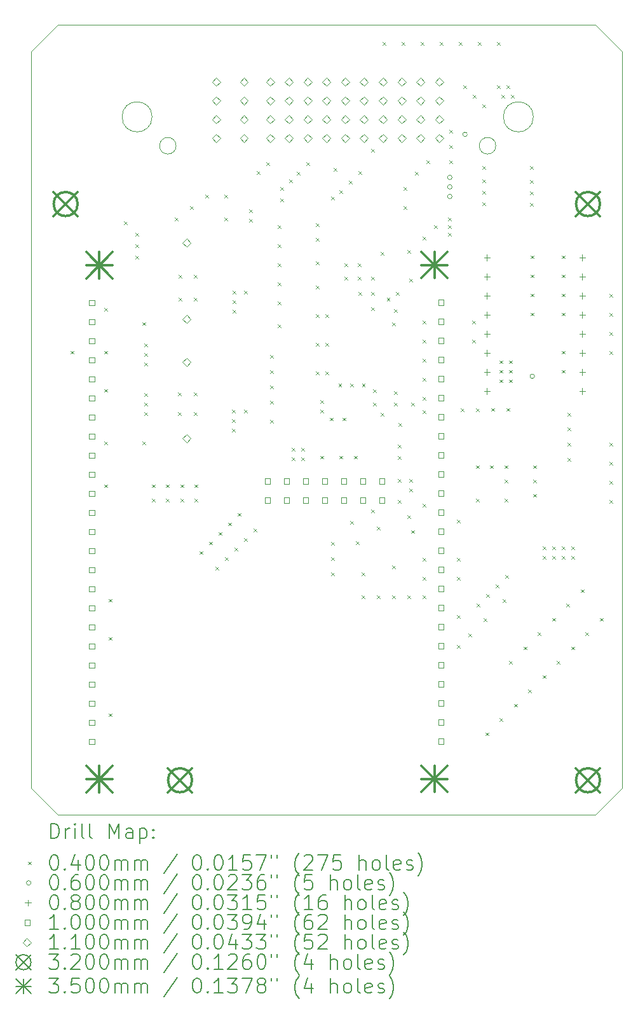
<source format=gbr>
%TF.GenerationSoftware,KiCad,Pcbnew,8.0.5*%
%TF.CreationDate,2024-11-12T15:32:16+01:00*%
%TF.ProjectId,Core4GPZ_rev0-1,436f7265-3447-4505-9a5f-726576302d31,rev?*%
%TF.SameCoordinates,Original*%
%TF.FileFunction,Drillmap*%
%TF.FilePolarity,Positive*%
%FSLAX45Y45*%
G04 Gerber Fmt 4.5, Leading zero omitted, Abs format (unit mm)*
G04 Created by KiCad (PCBNEW 8.0.5) date 2024-11-12 15:32:16*
%MOMM*%
%LPD*%
G01*
G04 APERTURE LIST*
%ADD10C,0.100000*%
%ADD11C,0.120000*%
%ADD12C,0.200000*%
%ADD13C,0.110000*%
%ADD14C,0.320000*%
%ADD15C,0.350000*%
G04 APERTURE END LIST*
D10*
X15621500Y-14033500D02*
X15265900Y-14389100D01*
X8103100Y-3873500D02*
X15265900Y-3873500D01*
X8103100Y-3873500D02*
X7747500Y-4229100D01*
X15265900Y-14389100D02*
X8103100Y-14389100D01*
X7747500Y-14033500D02*
X8103100Y-14389100D01*
X7747500Y-4229100D02*
X7747500Y-14033500D01*
X15265900Y-3873500D02*
X15621500Y-4229100D01*
X15621500Y-4229100D02*
X15621500Y-14033500D01*
D11*
X14436300Y-5100500D02*
G75*
G02*
X14036300Y-5100500I-200000J0D01*
G01*
X14036300Y-5100500D02*
G75*
G02*
X14436300Y-5100500I200000J0D01*
G01*
X13936300Y-5485500D02*
G75*
G02*
X13716300Y-5485500I-110000J0D01*
G01*
X13716300Y-5485500D02*
G75*
G02*
X13936300Y-5485500I110000J0D01*
G01*
X9676300Y-5485500D02*
G75*
G02*
X9456300Y-5485500I-110000J0D01*
G01*
X9456300Y-5485500D02*
G75*
G02*
X9676300Y-5485500I110000J0D01*
G01*
X9356300Y-5100500D02*
G75*
G02*
X8956300Y-5100500I-200000J0D01*
G01*
X8956300Y-5100500D02*
G75*
G02*
X9356300Y-5100500I200000J0D01*
G01*
D12*
D10*
X8273600Y-8216400D02*
X8313600Y-8256400D01*
X8313600Y-8216400D02*
X8273600Y-8256400D01*
X8718100Y-7644900D02*
X8758100Y-7684900D01*
X8758100Y-7644900D02*
X8718100Y-7684900D01*
X8718100Y-8216400D02*
X8758100Y-8256400D01*
X8758100Y-8216400D02*
X8718100Y-8256400D01*
X8718100Y-8724400D02*
X8758100Y-8764400D01*
X8758100Y-8724400D02*
X8718100Y-8764400D01*
X8718100Y-9422900D02*
X8758100Y-9462900D01*
X8758100Y-9422900D02*
X8718100Y-9462900D01*
X8718100Y-9994400D02*
X8758100Y-10034400D01*
X8758100Y-9994400D02*
X8718100Y-10034400D01*
X8781600Y-11518400D02*
X8821600Y-11558400D01*
X8821600Y-11518400D02*
X8781600Y-11558400D01*
X8781600Y-12026400D02*
X8821600Y-12066400D01*
X8821600Y-12026400D02*
X8781600Y-12066400D01*
X8781600Y-13042400D02*
X8821600Y-13082400D01*
X8821600Y-13042400D02*
X8781600Y-13082400D01*
X8984800Y-6495100D02*
X9024800Y-6535100D01*
X9024800Y-6495100D02*
X8984800Y-6535100D01*
X9137200Y-6647500D02*
X9177200Y-6687500D01*
X9177200Y-6647500D02*
X9137200Y-6687500D01*
X9137200Y-6799900D02*
X9177200Y-6839900D01*
X9177200Y-6799900D02*
X9137200Y-6839900D01*
X9137200Y-6952300D02*
X9177200Y-6992300D01*
X9177200Y-6952300D02*
X9137200Y-6992300D01*
X9226100Y-7835400D02*
X9266100Y-7875400D01*
X9266100Y-7835400D02*
X9226100Y-7875400D01*
X9226100Y-9422900D02*
X9266100Y-9462900D01*
X9266100Y-9422900D02*
X9226100Y-9462900D01*
X9251500Y-8120700D02*
X9291500Y-8160700D01*
X9291500Y-8120700D02*
X9251500Y-8160700D01*
X9251500Y-8247700D02*
X9291500Y-8287700D01*
X9291500Y-8247700D02*
X9251500Y-8287700D01*
X9251500Y-8374700D02*
X9291500Y-8414700D01*
X9291500Y-8374700D02*
X9251500Y-8414700D01*
X9251500Y-8781100D02*
X9291500Y-8821100D01*
X9291500Y-8781100D02*
X9251500Y-8821100D01*
X9251500Y-8908100D02*
X9291500Y-8948100D01*
X9291500Y-8908100D02*
X9251500Y-8948100D01*
X9251500Y-9035100D02*
X9291500Y-9075100D01*
X9291500Y-9035100D02*
X9251500Y-9075100D01*
X9353100Y-9994400D02*
X9393100Y-10034400D01*
X9393100Y-9994400D02*
X9353100Y-10034400D01*
X9353100Y-10184900D02*
X9393100Y-10224900D01*
X9393100Y-10184900D02*
X9353100Y-10224900D01*
X9543600Y-9994400D02*
X9583600Y-10034400D01*
X9583600Y-9994400D02*
X9543600Y-10034400D01*
X9543600Y-10184900D02*
X9583600Y-10224900D01*
X9583600Y-10184900D02*
X9543600Y-10224900D01*
X9657900Y-6444300D02*
X9697900Y-6484300D01*
X9697900Y-6444300D02*
X9657900Y-6484300D01*
X9702350Y-8770400D02*
X9742350Y-8810400D01*
X9742350Y-8770400D02*
X9702350Y-8810400D01*
X9702350Y-9035100D02*
X9742350Y-9075100D01*
X9742350Y-9035100D02*
X9702350Y-9075100D01*
X9708700Y-7206300D02*
X9748700Y-7246300D01*
X9748700Y-7206300D02*
X9708700Y-7246300D01*
X9708700Y-7511100D02*
X9748700Y-7551100D01*
X9748700Y-7511100D02*
X9708700Y-7551100D01*
X9734100Y-9994400D02*
X9774100Y-10034400D01*
X9774100Y-9994400D02*
X9734100Y-10034400D01*
X9734100Y-10184900D02*
X9774100Y-10224900D01*
X9774100Y-10184900D02*
X9734100Y-10224900D01*
X9861100Y-6291900D02*
X9901100Y-6331900D01*
X9901100Y-6291900D02*
X9861100Y-6331900D01*
X9911900Y-7206300D02*
X9951900Y-7246300D01*
X9951900Y-7206300D02*
X9911900Y-7246300D01*
X9911900Y-7511100D02*
X9951900Y-7551100D01*
X9951900Y-7511100D02*
X9911900Y-7551100D01*
X9911900Y-8770400D02*
X9951900Y-8810400D01*
X9951900Y-8770400D02*
X9911900Y-8810400D01*
X9911900Y-9035100D02*
X9951900Y-9075100D01*
X9951900Y-9035100D02*
X9911900Y-9075100D01*
X9924600Y-9994400D02*
X9964600Y-10034400D01*
X9964600Y-9994400D02*
X9924600Y-10034400D01*
X9924600Y-10184900D02*
X9964600Y-10224900D01*
X9964600Y-10184900D02*
X9924600Y-10224900D01*
X9988100Y-10883400D02*
X10028100Y-10923400D01*
X10028100Y-10883400D02*
X9988100Y-10923400D01*
X10064300Y-6139500D02*
X10104300Y-6179500D01*
X10104300Y-6139500D02*
X10064300Y-6179500D01*
X10115100Y-10756400D02*
X10155100Y-10796400D01*
X10155100Y-10756400D02*
X10115100Y-10796400D01*
X10204000Y-11092500D02*
X10244000Y-11132500D01*
X10244000Y-11092500D02*
X10204000Y-11132500D01*
X10242100Y-10629400D02*
X10282100Y-10669400D01*
X10282100Y-10629400D02*
X10242100Y-10669400D01*
X10318300Y-6139500D02*
X10358300Y-6179500D01*
X10358300Y-6139500D02*
X10318300Y-6179500D01*
X10318300Y-6444300D02*
X10358300Y-6484300D01*
X10358300Y-6444300D02*
X10318300Y-6484300D01*
X10331000Y-10965500D02*
X10371000Y-11005500D01*
X10371000Y-10965500D02*
X10331000Y-11005500D01*
X10369100Y-10502400D02*
X10409100Y-10542400D01*
X10409100Y-10502400D02*
X10369100Y-10542400D01*
X10420600Y-8997000D02*
X10460600Y-9037000D01*
X10460600Y-8997000D02*
X10420600Y-9037000D01*
X10420600Y-9124000D02*
X10460600Y-9164000D01*
X10460600Y-9124000D02*
X10420600Y-9164000D01*
X10420600Y-9251000D02*
X10460600Y-9291000D01*
X10460600Y-9251000D02*
X10420600Y-9291000D01*
X10428850Y-7412900D02*
X10468850Y-7452900D01*
X10468850Y-7412900D02*
X10428850Y-7452900D01*
X10428850Y-7539900D02*
X10468850Y-7579900D01*
X10468850Y-7539900D02*
X10428850Y-7579900D01*
X10428850Y-7666900D02*
X10468850Y-7706900D01*
X10468850Y-7666900D02*
X10428850Y-7706900D01*
X10458000Y-10838500D02*
X10498000Y-10878500D01*
X10498000Y-10838500D02*
X10458000Y-10878500D01*
X10496100Y-10375400D02*
X10536100Y-10415400D01*
X10536100Y-10375400D02*
X10496100Y-10415400D01*
X10585000Y-7412900D02*
X10625000Y-7452900D01*
X10625000Y-7412900D02*
X10585000Y-7452900D01*
X10585000Y-8997000D02*
X10625000Y-9037000D01*
X10625000Y-8997000D02*
X10585000Y-9037000D01*
X10585000Y-10711500D02*
X10625000Y-10751500D01*
X10625000Y-10711500D02*
X10585000Y-10751500D01*
X10648500Y-6330000D02*
X10688500Y-6370000D01*
X10688500Y-6330000D02*
X10648500Y-6370000D01*
X10648500Y-6457000D02*
X10688500Y-6497000D01*
X10688500Y-6457000D02*
X10648500Y-6497000D01*
X10712000Y-10584500D02*
X10752000Y-10624500D01*
X10752000Y-10584500D02*
X10712000Y-10624500D01*
X10750100Y-5822000D02*
X10790100Y-5862000D01*
X10790100Y-5822000D02*
X10750100Y-5862000D01*
X10877100Y-5707700D02*
X10917100Y-5747700D01*
X10917100Y-5707700D02*
X10877100Y-5747700D01*
X10927900Y-8273100D02*
X10967900Y-8313100D01*
X10967900Y-8273100D02*
X10927900Y-8313100D01*
X10927900Y-8476300D02*
X10967900Y-8516300D01*
X10967900Y-8476300D02*
X10927900Y-8516300D01*
X10927900Y-8679500D02*
X10967900Y-8719500D01*
X10967900Y-8679500D02*
X10927900Y-8719500D01*
X10927900Y-8882700D02*
X10967900Y-8922700D01*
X10967900Y-8882700D02*
X10927900Y-8922700D01*
X10927900Y-9136700D02*
X10967900Y-9176700D01*
X10967900Y-9136700D02*
X10927900Y-9176700D01*
X11029500Y-6545900D02*
X11069500Y-6585900D01*
X11069500Y-6545900D02*
X11029500Y-6585900D01*
X11029500Y-6799900D02*
X11069500Y-6839900D01*
X11069500Y-6799900D02*
X11029500Y-6839900D01*
X11029500Y-7053900D02*
X11069500Y-7093900D01*
X11069500Y-7053900D02*
X11029500Y-7093900D01*
X11029500Y-7307900D02*
X11069500Y-7347900D01*
X11069500Y-7307900D02*
X11029500Y-7347900D01*
X11029500Y-7561900D02*
X11069500Y-7601900D01*
X11069500Y-7561900D02*
X11029500Y-7601900D01*
X11029500Y-7866700D02*
X11069500Y-7906700D01*
X11069500Y-7866700D02*
X11029500Y-7906700D01*
X11067600Y-6037900D02*
X11107600Y-6077900D01*
X11107600Y-6037900D02*
X11067600Y-6077900D01*
X11067600Y-6190300D02*
X11107600Y-6230300D01*
X11107600Y-6190300D02*
X11067600Y-6230300D01*
X11181900Y-5936300D02*
X11221900Y-5976300D01*
X11221900Y-5936300D02*
X11181900Y-5976300D01*
X11220000Y-9505000D02*
X11260000Y-9545000D01*
X11260000Y-9505000D02*
X11220000Y-9545000D01*
X11220000Y-9632000D02*
X11260000Y-9672000D01*
X11260000Y-9632000D02*
X11220000Y-9672000D01*
X11283500Y-5834700D02*
X11323500Y-5874700D01*
X11323500Y-5834700D02*
X11283500Y-5874700D01*
X11347000Y-9505000D02*
X11387000Y-9545000D01*
X11387000Y-9505000D02*
X11347000Y-9545000D01*
X11347000Y-9632000D02*
X11387000Y-9672000D01*
X11387000Y-9632000D02*
X11347000Y-9672000D01*
X11410500Y-5707700D02*
X11450500Y-5747700D01*
X11450500Y-5707700D02*
X11410500Y-5747700D01*
X11537500Y-6520500D02*
X11577500Y-6560500D01*
X11577500Y-6520500D02*
X11537500Y-6560500D01*
X11537500Y-6711000D02*
X11577500Y-6751000D01*
X11577500Y-6711000D02*
X11537500Y-6751000D01*
X11537500Y-7028500D02*
X11577500Y-7068500D01*
X11577500Y-7028500D02*
X11537500Y-7068500D01*
X11537500Y-7346000D02*
X11577500Y-7386000D01*
X11577500Y-7346000D02*
X11537500Y-7386000D01*
X11537500Y-7727000D02*
X11577500Y-7767000D01*
X11577500Y-7727000D02*
X11537500Y-7767000D01*
X11537500Y-8108000D02*
X11577500Y-8148000D01*
X11577500Y-8108000D02*
X11537500Y-8148000D01*
X11537500Y-8489000D02*
X11577500Y-8529000D01*
X11577500Y-8489000D02*
X11537500Y-8529000D01*
X11601000Y-8870000D02*
X11641000Y-8910000D01*
X11641000Y-8870000D02*
X11601000Y-8910000D01*
X11601000Y-8997000D02*
X11641000Y-9037000D01*
X11641000Y-8997000D02*
X11601000Y-9037000D01*
X11601000Y-9613400D02*
X11641000Y-9653400D01*
X11641000Y-9613400D02*
X11601000Y-9653400D01*
X11664500Y-7727000D02*
X11704500Y-7767000D01*
X11704500Y-7727000D02*
X11664500Y-7767000D01*
X11664500Y-8108000D02*
X11704500Y-8148000D01*
X11704500Y-8108000D02*
X11664500Y-8148000D01*
X11664500Y-8489000D02*
X11704500Y-8529000D01*
X11704500Y-8489000D02*
X11664500Y-8529000D01*
X11728000Y-9105400D02*
X11768000Y-9145400D01*
X11768000Y-9105400D02*
X11728000Y-9145400D01*
X11740700Y-6164900D02*
X11780700Y-6204900D01*
X11780700Y-6164900D02*
X11740700Y-6204900D01*
X11740700Y-10762300D02*
X11780700Y-10802300D01*
X11780700Y-10762300D02*
X11740700Y-10802300D01*
X11740700Y-10965500D02*
X11780700Y-11005500D01*
X11780700Y-10965500D02*
X11740700Y-11005500D01*
X11740700Y-11168700D02*
X11780700Y-11208700D01*
X11780700Y-11168700D02*
X11740700Y-11208700D01*
X11778800Y-5783900D02*
X11818800Y-5823900D01*
X11818800Y-5783900D02*
X11778800Y-5823900D01*
X11840600Y-8653250D02*
X11880600Y-8693250D01*
X11880600Y-8653250D02*
X11840600Y-8693250D01*
X11855000Y-6076000D02*
X11895000Y-6116000D01*
X11895000Y-6076000D02*
X11855000Y-6116000D01*
X11855000Y-9613400D02*
X11895000Y-9653400D01*
X11895000Y-9613400D02*
X11855000Y-9653400D01*
X11893100Y-9105400D02*
X11933100Y-9145400D01*
X11933100Y-9105400D02*
X11893100Y-9145400D01*
X11918500Y-7053900D02*
X11958500Y-7093900D01*
X11958500Y-7053900D02*
X11918500Y-7093900D01*
X11918500Y-7231700D02*
X11958500Y-7271700D01*
X11958500Y-7231700D02*
X11918500Y-7271700D01*
X11982000Y-5949000D02*
X12022000Y-5989000D01*
X12022000Y-5949000D02*
X11982000Y-5989000D01*
X11994700Y-8654100D02*
X12034700Y-8694100D01*
X12034700Y-8654100D02*
X11994700Y-8694100D01*
X11994700Y-10482900D02*
X12034700Y-10522900D01*
X12034700Y-10482900D02*
X11994700Y-10522900D01*
X12045500Y-9613400D02*
X12085500Y-9653400D01*
X12085500Y-9613400D02*
X12045500Y-9653400D01*
X12070900Y-10749600D02*
X12110900Y-10789600D01*
X12110900Y-10749600D02*
X12070900Y-10789600D01*
X12096300Y-7053900D02*
X12136300Y-7093900D01*
X12136300Y-7053900D02*
X12096300Y-7093900D01*
X12096300Y-7231700D02*
X12136300Y-7271700D01*
X12136300Y-7231700D02*
X12096300Y-7271700D01*
X12109000Y-5822000D02*
X12149000Y-5862000D01*
X12149000Y-5822000D02*
X12109000Y-5862000D01*
X12109000Y-7434900D02*
X12149000Y-7474900D01*
X12149000Y-7434900D02*
X12109000Y-7474900D01*
X12147100Y-11168700D02*
X12187100Y-11208700D01*
X12187100Y-11168700D02*
X12147100Y-11208700D01*
X12147100Y-11473500D02*
X12187100Y-11513500D01*
X12187100Y-11473500D02*
X12147100Y-11513500D01*
X12153450Y-8653250D02*
X12193450Y-8693250D01*
X12193450Y-8653250D02*
X12153450Y-8693250D01*
X12274100Y-5529900D02*
X12314100Y-5569900D01*
X12314100Y-5529900D02*
X12274100Y-5569900D01*
X12274100Y-7231700D02*
X12314100Y-7271700D01*
X12314100Y-7231700D02*
X12274100Y-7271700D01*
X12274100Y-7434900D02*
X12314100Y-7474900D01*
X12314100Y-7434900D02*
X12274100Y-7474900D01*
X12274100Y-7638100D02*
X12314100Y-7678100D01*
X12314100Y-7638100D02*
X12274100Y-7678100D01*
X12274100Y-10330500D02*
X12314100Y-10370500D01*
X12314100Y-10330500D02*
X12274100Y-10370500D01*
X12299500Y-8730300D02*
X12339500Y-8770300D01*
X12339500Y-8730300D02*
X12299500Y-8770300D01*
X12299500Y-8908100D02*
X12339500Y-8948100D01*
X12339500Y-8908100D02*
X12299500Y-8948100D01*
X12350300Y-10559100D02*
X12390300Y-10599100D01*
X12390300Y-10559100D02*
X12350300Y-10599100D01*
X12350300Y-11473500D02*
X12390300Y-11513500D01*
X12390300Y-11473500D02*
X12350300Y-11513500D01*
X12401100Y-6901500D02*
X12441100Y-6941500D01*
X12441100Y-6901500D02*
X12401100Y-6941500D01*
X12401100Y-9041900D02*
X12441100Y-9081900D01*
X12441100Y-9041900D02*
X12401100Y-9081900D01*
X12426500Y-4107500D02*
X12466500Y-4147500D01*
X12466500Y-4107500D02*
X12426500Y-4147500D01*
X12483700Y-7511100D02*
X12523700Y-7551100D01*
X12523700Y-7511100D02*
X12483700Y-7551100D01*
X12553500Y-7841300D02*
X12593500Y-7881300D01*
X12593500Y-7841300D02*
X12553500Y-7881300D01*
X12553500Y-11070300D02*
X12593500Y-11110300D01*
X12593500Y-11070300D02*
X12553500Y-11110300D01*
X12553500Y-11473500D02*
X12593500Y-11513500D01*
X12593500Y-11473500D02*
X12553500Y-11513500D01*
X12578900Y-7663500D02*
X12618900Y-7703500D01*
X12618900Y-7663500D02*
X12578900Y-7703500D01*
X12578900Y-8755700D02*
X12618900Y-8795700D01*
X12618900Y-8755700D02*
X12578900Y-8795700D01*
X12578900Y-8908100D02*
X12618900Y-8948100D01*
X12618900Y-8908100D02*
X12578900Y-8948100D01*
X12604300Y-7434900D02*
X12644300Y-7474900D01*
X12644300Y-7434900D02*
X12604300Y-7474900D01*
X12629700Y-9466900D02*
X12669700Y-9506900D01*
X12669700Y-9466900D02*
X12629700Y-9506900D01*
X12629700Y-9619300D02*
X12669700Y-9659300D01*
X12669700Y-9619300D02*
X12629700Y-9659300D01*
X12629700Y-9924100D02*
X12669700Y-9964100D01*
X12669700Y-9924100D02*
X12629700Y-9964100D01*
X12629700Y-10203500D02*
X12669700Y-10243500D01*
X12669700Y-10203500D02*
X12629700Y-10243500D01*
X12639733Y-9174467D02*
X12679733Y-9214467D01*
X12679733Y-9174467D02*
X12639733Y-9214467D01*
X12680500Y-4107500D02*
X12720500Y-4147500D01*
X12720500Y-4107500D02*
X12680500Y-4147500D01*
X12705900Y-6037900D02*
X12745900Y-6077900D01*
X12745900Y-6037900D02*
X12705900Y-6077900D01*
X12705900Y-6291900D02*
X12745900Y-6331900D01*
X12745900Y-6291900D02*
X12705900Y-6331900D01*
X12756700Y-6876100D02*
X12796700Y-6916100D01*
X12796700Y-6876100D02*
X12756700Y-6916100D01*
X12756700Y-10406700D02*
X12796700Y-10446700D01*
X12796700Y-10406700D02*
X12756700Y-10446700D01*
X12756700Y-11473500D02*
X12796700Y-11513500D01*
X12796700Y-11473500D02*
X12756700Y-11513500D01*
X12782100Y-7257100D02*
X12822100Y-7297100D01*
X12822100Y-7257100D02*
X12782100Y-7297100D01*
X12782100Y-9924100D02*
X12822100Y-9964100D01*
X12822100Y-9924100D02*
X12782100Y-9964100D01*
X12782100Y-10051100D02*
X12822100Y-10091100D01*
X12822100Y-10051100D02*
X12782100Y-10091100D01*
X12807500Y-8908100D02*
X12847500Y-8948100D01*
X12847500Y-8908100D02*
X12807500Y-8948100D01*
X12807500Y-10603900D02*
X12847500Y-10643900D01*
X12847500Y-10603900D02*
X12807500Y-10643900D01*
X12858300Y-5834700D02*
X12898300Y-5874700D01*
X12898300Y-5834700D02*
X12858300Y-5874700D01*
X12934500Y-4107500D02*
X12974500Y-4147500D01*
X12974500Y-4107500D02*
X12934500Y-4147500D01*
X12959900Y-6698300D02*
X12999900Y-6738300D01*
X12999900Y-6698300D02*
X12959900Y-6738300D01*
X12959900Y-7815900D02*
X12999900Y-7855900D01*
X12999900Y-7815900D02*
X12959900Y-7855900D01*
X12959900Y-8069900D02*
X12999900Y-8109900D01*
X12999900Y-8069900D02*
X12959900Y-8109900D01*
X12959900Y-8323900D02*
X12999900Y-8363900D01*
X12999900Y-8323900D02*
X12959900Y-8363900D01*
X12959900Y-8577900D02*
X12999900Y-8617900D01*
X12999900Y-8577900D02*
X12959900Y-8617900D01*
X12959900Y-8831900D02*
X12999900Y-8871900D01*
X12999900Y-8831900D02*
X12959900Y-8871900D01*
X12959900Y-9009700D02*
X12999900Y-9049700D01*
X12999900Y-9009700D02*
X12959900Y-9049700D01*
X12959900Y-10254300D02*
X12999900Y-10294300D01*
X12999900Y-10254300D02*
X12959900Y-10294300D01*
X12959900Y-10974400D02*
X12999900Y-11014400D01*
X12999900Y-10974400D02*
X12959900Y-11014400D01*
X12959900Y-11228400D02*
X12999900Y-11268400D01*
X12999900Y-11228400D02*
X12959900Y-11268400D01*
X12959900Y-11473500D02*
X12999900Y-11513500D01*
X12999900Y-11473500D02*
X12959900Y-11513500D01*
X13010700Y-5682300D02*
X13050700Y-5722300D01*
X13050700Y-5682300D02*
X13010700Y-5722300D01*
X13112300Y-6545900D02*
X13152300Y-6585900D01*
X13152300Y-6545900D02*
X13112300Y-6585900D01*
X13188500Y-4107500D02*
X13228500Y-4147500D01*
X13228500Y-4107500D02*
X13188500Y-4147500D01*
X13302800Y-6444300D02*
X13342800Y-6484300D01*
X13342800Y-6444300D02*
X13302800Y-6484300D01*
X13302800Y-6545900D02*
X13342800Y-6585900D01*
X13342800Y-6545900D02*
X13302800Y-6585900D01*
X13302800Y-6647500D02*
X13342800Y-6687500D01*
X13342800Y-6647500D02*
X13302800Y-6687500D01*
X13315500Y-5275900D02*
X13355500Y-5315900D01*
X13355500Y-5275900D02*
X13315500Y-5315900D01*
X13315500Y-5479100D02*
X13355500Y-5519100D01*
X13355500Y-5479100D02*
X13315500Y-5519100D01*
X13315500Y-5682300D02*
X13355500Y-5722300D01*
X13355500Y-5682300D02*
X13315500Y-5722300D01*
X13417100Y-10466400D02*
X13457100Y-10506400D01*
X13457100Y-10466400D02*
X13417100Y-10506400D01*
X13417100Y-10974400D02*
X13457100Y-11014400D01*
X13457100Y-10974400D02*
X13417100Y-11014400D01*
X13417100Y-11228400D02*
X13457100Y-11268400D01*
X13457100Y-11228400D02*
X13417100Y-11268400D01*
X13417100Y-11736400D02*
X13457100Y-11776400D01*
X13457100Y-11736400D02*
X13417100Y-11776400D01*
X13417100Y-12133900D02*
X13457100Y-12173900D01*
X13457100Y-12133900D02*
X13417100Y-12173900D01*
X13442500Y-4107500D02*
X13482500Y-4147500D01*
X13482500Y-4107500D02*
X13442500Y-4147500D01*
X13467900Y-8984300D02*
X13507900Y-9024300D01*
X13507900Y-8984300D02*
X13467900Y-9024300D01*
X13506000Y-4679000D02*
X13546000Y-4719000D01*
X13546000Y-4679000D02*
X13506000Y-4719000D01*
X13569500Y-11981500D02*
X13609500Y-12021500D01*
X13609500Y-11981500D02*
X13569500Y-12021500D01*
X13620300Y-7815900D02*
X13660300Y-7855900D01*
X13660300Y-7815900D02*
X13620300Y-7855900D01*
X13620300Y-8069900D02*
X13660300Y-8109900D01*
X13660300Y-8069900D02*
X13620300Y-8109900D01*
X13633000Y-4806000D02*
X13673000Y-4846000D01*
X13673000Y-4806000D02*
X13633000Y-4846000D01*
X13671100Y-8984300D02*
X13711100Y-9024300D01*
X13711100Y-8984300D02*
X13671100Y-9024300D01*
X13671100Y-9740400D02*
X13711100Y-9780400D01*
X13711100Y-9740400D02*
X13671100Y-9780400D01*
X13671100Y-10184900D02*
X13711100Y-10224900D01*
X13711100Y-10184900D02*
X13671100Y-10224900D01*
X13683800Y-11581900D02*
X13723800Y-11621900D01*
X13723800Y-11581900D02*
X13683800Y-11621900D01*
X13696500Y-4107500D02*
X13736500Y-4147500D01*
X13736500Y-4107500D02*
X13696500Y-4147500D01*
X13760000Y-4933000D02*
X13800000Y-4973000D01*
X13800000Y-4933000D02*
X13760000Y-4973000D01*
X13760000Y-5758500D02*
X13800000Y-5798500D01*
X13800000Y-5758500D02*
X13760000Y-5798500D01*
X13760000Y-5936300D02*
X13800000Y-5976300D01*
X13800000Y-5936300D02*
X13760000Y-5976300D01*
X13760000Y-6088700D02*
X13800000Y-6128700D01*
X13800000Y-6088700D02*
X13760000Y-6128700D01*
X13760000Y-6241100D02*
X13800000Y-6281100D01*
X13800000Y-6241100D02*
X13760000Y-6281100D01*
X13772700Y-11778300D02*
X13812700Y-11818300D01*
X13812700Y-11778300D02*
X13772700Y-11818300D01*
X13798100Y-13296400D02*
X13838100Y-13336400D01*
X13838100Y-13296400D02*
X13798100Y-13336400D01*
X13810800Y-11454900D02*
X13850800Y-11494900D01*
X13850800Y-11454900D02*
X13810800Y-11494900D01*
X13861600Y-9740400D02*
X13901600Y-9780400D01*
X13901600Y-9740400D02*
X13861600Y-9780400D01*
X13874300Y-8978400D02*
X13914300Y-9018400D01*
X13914300Y-8978400D02*
X13874300Y-9018400D01*
X13937800Y-11327900D02*
X13977800Y-11367900D01*
X13977800Y-11327900D02*
X13937800Y-11367900D01*
X13950500Y-4107500D02*
X13990500Y-4147500D01*
X13990500Y-4107500D02*
X13950500Y-4147500D01*
X13950500Y-4679000D02*
X13990500Y-4719000D01*
X13990500Y-4679000D02*
X13950500Y-4719000D01*
X13988600Y-8343400D02*
X14028600Y-8383400D01*
X14028600Y-8343400D02*
X13988600Y-8383400D01*
X13988600Y-8470400D02*
X14028600Y-8510400D01*
X14028600Y-8470400D02*
X13988600Y-8510400D01*
X13988600Y-8597400D02*
X14028600Y-8637400D01*
X14028600Y-8597400D02*
X13988600Y-8637400D01*
X13988600Y-13105900D02*
X14028600Y-13145900D01*
X14028600Y-13105900D02*
X13988600Y-13145900D01*
X14014000Y-4806000D02*
X14054000Y-4846000D01*
X14054000Y-4806000D02*
X14014000Y-4846000D01*
X14026700Y-11524300D02*
X14066700Y-11564300D01*
X14066700Y-11524300D02*
X14026700Y-11564300D01*
X14052100Y-9740400D02*
X14092100Y-9780400D01*
X14092100Y-9740400D02*
X14052100Y-9780400D01*
X14052100Y-9930900D02*
X14092100Y-9970900D01*
X14092100Y-9930900D02*
X14052100Y-9970900D01*
X14052100Y-10184900D02*
X14092100Y-10224900D01*
X14092100Y-10184900D02*
X14052100Y-10224900D01*
X14064800Y-11200900D02*
X14104800Y-11240900D01*
X14104800Y-11200900D02*
X14064800Y-11240900D01*
X14077500Y-4679000D02*
X14117500Y-4719000D01*
X14117500Y-4679000D02*
X14077500Y-4719000D01*
X14077500Y-8978400D02*
X14117500Y-9018400D01*
X14117500Y-8978400D02*
X14077500Y-9018400D01*
X14115600Y-8343400D02*
X14155600Y-8383400D01*
X14155600Y-8343400D02*
X14115600Y-8383400D01*
X14115600Y-8470400D02*
X14155600Y-8510400D01*
X14155600Y-8470400D02*
X14115600Y-8510400D01*
X14115600Y-8597400D02*
X14155600Y-8637400D01*
X14155600Y-8597400D02*
X14115600Y-8637400D01*
X14115600Y-12343900D02*
X14155600Y-12383900D01*
X14155600Y-12343900D02*
X14115600Y-12383900D01*
X14141000Y-4806000D02*
X14181000Y-4846000D01*
X14181000Y-4806000D02*
X14141000Y-4846000D01*
X14179100Y-12915400D02*
X14219100Y-12955400D01*
X14219100Y-12915400D02*
X14179100Y-12955400D01*
X14306100Y-12153400D02*
X14346100Y-12193400D01*
X14346100Y-12153400D02*
X14306100Y-12193400D01*
X14369600Y-12724900D02*
X14409600Y-12764900D01*
X14409600Y-12724900D02*
X14369600Y-12764900D01*
X14395000Y-5758500D02*
X14435000Y-5798500D01*
X14435000Y-5758500D02*
X14395000Y-5798500D01*
X14395000Y-5943100D02*
X14435000Y-5983100D01*
X14435000Y-5943100D02*
X14395000Y-5983100D01*
X14395000Y-6095500D02*
X14435000Y-6135500D01*
X14435000Y-6095500D02*
X14395000Y-6135500D01*
X14395000Y-6247900D02*
X14435000Y-6287900D01*
X14435000Y-6247900D02*
X14395000Y-6287900D01*
X14400947Y-6946400D02*
X14440947Y-6986400D01*
X14440947Y-6946400D02*
X14400947Y-6986400D01*
X14400947Y-7200400D02*
X14440947Y-7240400D01*
X14440947Y-7200400D02*
X14400947Y-7240400D01*
X14400947Y-7454400D02*
X14440947Y-7494400D01*
X14440947Y-7454400D02*
X14400947Y-7494400D01*
X14400947Y-7708400D02*
X14440947Y-7748400D01*
X14440947Y-7708400D02*
X14400947Y-7748400D01*
X14433100Y-9740400D02*
X14473100Y-9780400D01*
X14473100Y-9740400D02*
X14433100Y-9780400D01*
X14433100Y-9930900D02*
X14473100Y-9970900D01*
X14473100Y-9930900D02*
X14433100Y-9970900D01*
X14433100Y-10121400D02*
X14473100Y-10161400D01*
X14473100Y-10121400D02*
X14433100Y-10161400D01*
X14496600Y-11962900D02*
X14536600Y-12002900D01*
X14536600Y-11962900D02*
X14496600Y-12002900D01*
X14560100Y-10819900D02*
X14600100Y-10859900D01*
X14600100Y-10819900D02*
X14560100Y-10859900D01*
X14560100Y-10946900D02*
X14600100Y-10986900D01*
X14600100Y-10946900D02*
X14560100Y-10986900D01*
X14560100Y-12534400D02*
X14600100Y-12574400D01*
X14600100Y-12534400D02*
X14560100Y-12574400D01*
X14687100Y-10819900D02*
X14727100Y-10859900D01*
X14727100Y-10819900D02*
X14687100Y-10859900D01*
X14687100Y-10946900D02*
X14727100Y-10986900D01*
X14727100Y-10946900D02*
X14687100Y-10986900D01*
X14687100Y-11772400D02*
X14727100Y-11812400D01*
X14727100Y-11772400D02*
X14687100Y-11812400D01*
X14750600Y-12343900D02*
X14790600Y-12383900D01*
X14790600Y-12343900D02*
X14750600Y-12383900D01*
X14814100Y-6946400D02*
X14854100Y-6986400D01*
X14854100Y-6946400D02*
X14814100Y-6986400D01*
X14814100Y-7200400D02*
X14854100Y-7240400D01*
X14854100Y-7200400D02*
X14814100Y-7240400D01*
X14814100Y-7454400D02*
X14854100Y-7494400D01*
X14854100Y-7454400D02*
X14814100Y-7494400D01*
X14814100Y-7708400D02*
X14854100Y-7748400D01*
X14854100Y-7708400D02*
X14814100Y-7748400D01*
X14814100Y-8216400D02*
X14854100Y-8256400D01*
X14854100Y-8216400D02*
X14814100Y-8256400D01*
X14814100Y-8470400D02*
X14854100Y-8510400D01*
X14854100Y-8470400D02*
X14814100Y-8510400D01*
X14814100Y-10819900D02*
X14854100Y-10859900D01*
X14854100Y-10819900D02*
X14814100Y-10859900D01*
X14814100Y-10946900D02*
X14854100Y-10986900D01*
X14854100Y-10946900D02*
X14814100Y-10986900D01*
X14877600Y-11581900D02*
X14917600Y-11621900D01*
X14917600Y-11581900D02*
X14877600Y-11621900D01*
X14890300Y-9041900D02*
X14930300Y-9081900D01*
X14930300Y-9041900D02*
X14890300Y-9081900D01*
X14890300Y-9238300D02*
X14930300Y-9278300D01*
X14930300Y-9238300D02*
X14890300Y-9278300D01*
X14890300Y-9441500D02*
X14930300Y-9481500D01*
X14930300Y-9441500D02*
X14890300Y-9481500D01*
X14890300Y-9644700D02*
X14930300Y-9684700D01*
X14930300Y-9644700D02*
X14890300Y-9684700D01*
X14941100Y-10819900D02*
X14981100Y-10859900D01*
X14981100Y-10819900D02*
X14941100Y-10859900D01*
X14941100Y-10946900D02*
X14981100Y-10986900D01*
X14981100Y-10946900D02*
X14941100Y-10986900D01*
X14941100Y-12153400D02*
X14981100Y-12193400D01*
X14981100Y-12153400D02*
X14941100Y-12193400D01*
X15068100Y-11391400D02*
X15108100Y-11431400D01*
X15108100Y-11391400D02*
X15068100Y-11431400D01*
X15131600Y-11962900D02*
X15171600Y-12002900D01*
X15171600Y-11962900D02*
X15131600Y-12002900D01*
X15322100Y-11772400D02*
X15362100Y-11812400D01*
X15362100Y-11772400D02*
X15322100Y-11812400D01*
X15449100Y-7460300D02*
X15489100Y-7500300D01*
X15489100Y-7460300D02*
X15449100Y-7500300D01*
X15449100Y-7714300D02*
X15489100Y-7754300D01*
X15489100Y-7714300D02*
X15449100Y-7754300D01*
X15449100Y-7968300D02*
X15489100Y-8008300D01*
X15489100Y-7968300D02*
X15449100Y-8008300D01*
X15449100Y-8222300D02*
X15489100Y-8262300D01*
X15489100Y-8222300D02*
X15449100Y-8262300D01*
X15449100Y-9441500D02*
X15489100Y-9481500D01*
X15489100Y-9441500D02*
X15449100Y-9481500D01*
X15449100Y-9695500D02*
X15489100Y-9735500D01*
X15489100Y-9695500D02*
X15449100Y-9735500D01*
X15449100Y-9949500D02*
X15489100Y-9989500D01*
X15489100Y-9949500D02*
X15449100Y-9989500D01*
X15449100Y-10203500D02*
X15489100Y-10243500D01*
X15489100Y-10203500D02*
X15449100Y-10243500D01*
X13352800Y-5905500D02*
G75*
G02*
X13292800Y-5905500I-30000J0D01*
G01*
X13292800Y-5905500D02*
G75*
G02*
X13352800Y-5905500I30000J0D01*
G01*
X13352800Y-6032500D02*
G75*
G02*
X13292800Y-6032500I-30000J0D01*
G01*
X13292800Y-6032500D02*
G75*
G02*
X13352800Y-6032500I30000J0D01*
G01*
X13352800Y-6159500D02*
G75*
G02*
X13292800Y-6159500I-30000J0D01*
G01*
X13292800Y-6159500D02*
G75*
G02*
X13352800Y-6159500I30000J0D01*
G01*
X13556000Y-5334000D02*
G75*
G02*
X13496000Y-5334000I-30000J0D01*
G01*
X13496000Y-5334000D02*
G75*
G02*
X13556000Y-5334000I30000J0D01*
G01*
X14452292Y-8553900D02*
G75*
G02*
X14392292Y-8553900I-30000J0D01*
G01*
X14392292Y-8553900D02*
G75*
G02*
X14452292Y-8553900I30000J0D01*
G01*
X13818100Y-6932300D02*
X13818100Y-7012300D01*
X13778100Y-6972300D02*
X13858100Y-6972300D01*
X13818100Y-7186300D02*
X13818100Y-7266300D01*
X13778100Y-7226300D02*
X13858100Y-7226300D01*
X13818100Y-7440300D02*
X13818100Y-7520300D01*
X13778100Y-7480300D02*
X13858100Y-7480300D01*
X13818100Y-7694300D02*
X13818100Y-7774300D01*
X13778100Y-7734300D02*
X13858100Y-7734300D01*
X13818100Y-7948300D02*
X13818100Y-8028300D01*
X13778100Y-7988300D02*
X13858100Y-7988300D01*
X13818100Y-8202300D02*
X13818100Y-8282300D01*
X13778100Y-8242300D02*
X13858100Y-8242300D01*
X13818100Y-8456300D02*
X13818100Y-8536300D01*
X13778100Y-8496300D02*
X13858100Y-8496300D01*
X13818100Y-8710300D02*
X13818100Y-8790300D01*
X13778100Y-8750300D02*
X13858100Y-8750300D01*
X15088100Y-6932300D02*
X15088100Y-7012300D01*
X15048100Y-6972300D02*
X15128100Y-6972300D01*
X15088100Y-7186300D02*
X15088100Y-7266300D01*
X15048100Y-7226300D02*
X15128100Y-7226300D01*
X15088100Y-7440300D02*
X15088100Y-7520300D01*
X15048100Y-7480300D02*
X15128100Y-7480300D01*
X15088100Y-7694300D02*
X15088100Y-7774300D01*
X15048100Y-7734300D02*
X15128100Y-7734300D01*
X15088100Y-7948300D02*
X15088100Y-8028300D01*
X15048100Y-7988300D02*
X15128100Y-7988300D01*
X15088100Y-8202300D02*
X15088100Y-8282300D01*
X15048100Y-8242300D02*
X15128100Y-8242300D01*
X15088100Y-8456300D02*
X15088100Y-8536300D01*
X15048100Y-8496300D02*
X15128100Y-8496300D01*
X15088100Y-8710300D02*
X15088100Y-8790300D01*
X15048100Y-8750300D02*
X15128100Y-8750300D01*
X8589956Y-7611256D02*
X8589956Y-7540544D01*
X8519244Y-7540544D01*
X8519244Y-7611256D01*
X8589956Y-7611256D01*
X8589956Y-7865256D02*
X8589956Y-7794544D01*
X8519244Y-7794544D01*
X8519244Y-7865256D01*
X8589956Y-7865256D01*
X8589956Y-8119256D02*
X8589956Y-8048544D01*
X8519244Y-8048544D01*
X8519244Y-8119256D01*
X8589956Y-8119256D01*
X8589956Y-8373256D02*
X8589956Y-8302544D01*
X8519244Y-8302544D01*
X8519244Y-8373256D01*
X8589956Y-8373256D01*
X8589956Y-8627256D02*
X8589956Y-8556544D01*
X8519244Y-8556544D01*
X8519244Y-8627256D01*
X8589956Y-8627256D01*
X8589956Y-8881256D02*
X8589956Y-8810544D01*
X8519244Y-8810544D01*
X8519244Y-8881256D01*
X8589956Y-8881256D01*
X8589956Y-9135256D02*
X8589956Y-9064544D01*
X8519244Y-9064544D01*
X8519244Y-9135256D01*
X8589956Y-9135256D01*
X8589956Y-9389256D02*
X8589956Y-9318544D01*
X8519244Y-9318544D01*
X8519244Y-9389256D01*
X8589956Y-9389256D01*
X8589956Y-9643256D02*
X8589956Y-9572544D01*
X8519244Y-9572544D01*
X8519244Y-9643256D01*
X8589956Y-9643256D01*
X8589956Y-9897256D02*
X8589956Y-9826544D01*
X8519244Y-9826544D01*
X8519244Y-9897256D01*
X8589956Y-9897256D01*
X8589956Y-10151256D02*
X8589956Y-10080544D01*
X8519244Y-10080544D01*
X8519244Y-10151256D01*
X8589956Y-10151256D01*
X8589956Y-10405256D02*
X8589956Y-10334544D01*
X8519244Y-10334544D01*
X8519244Y-10405256D01*
X8589956Y-10405256D01*
X8589956Y-10659256D02*
X8589956Y-10588544D01*
X8519244Y-10588544D01*
X8519244Y-10659256D01*
X8589956Y-10659256D01*
X8589956Y-10913256D02*
X8589956Y-10842544D01*
X8519244Y-10842544D01*
X8519244Y-10913256D01*
X8589956Y-10913256D01*
X8589956Y-11167256D02*
X8589956Y-11096544D01*
X8519244Y-11096544D01*
X8519244Y-11167256D01*
X8589956Y-11167256D01*
X8589956Y-11421256D02*
X8589956Y-11350544D01*
X8519244Y-11350544D01*
X8519244Y-11421256D01*
X8589956Y-11421256D01*
X8589956Y-11675256D02*
X8589956Y-11604544D01*
X8519244Y-11604544D01*
X8519244Y-11675256D01*
X8589956Y-11675256D01*
X8589956Y-11929256D02*
X8589956Y-11858544D01*
X8519244Y-11858544D01*
X8519244Y-11929256D01*
X8589956Y-11929256D01*
X8589956Y-12183256D02*
X8589956Y-12112544D01*
X8519244Y-12112544D01*
X8519244Y-12183256D01*
X8589956Y-12183256D01*
X8589956Y-12437256D02*
X8589956Y-12366544D01*
X8519244Y-12366544D01*
X8519244Y-12437256D01*
X8589956Y-12437256D01*
X8589956Y-12691256D02*
X8589956Y-12620544D01*
X8519244Y-12620544D01*
X8519244Y-12691256D01*
X8589956Y-12691256D01*
X8589956Y-12945256D02*
X8589956Y-12874544D01*
X8519244Y-12874544D01*
X8519244Y-12945256D01*
X8589956Y-12945256D01*
X8589956Y-13199256D02*
X8589956Y-13128544D01*
X8519244Y-13128544D01*
X8519244Y-13199256D01*
X8589956Y-13199256D01*
X8589956Y-13453256D02*
X8589956Y-13382544D01*
X8519244Y-13382544D01*
X8519244Y-13453256D01*
X8589956Y-13453256D01*
X10931956Y-9986256D02*
X10931956Y-9915544D01*
X10861244Y-9915544D01*
X10861244Y-9986256D01*
X10931956Y-9986256D01*
X10931956Y-10240256D02*
X10931956Y-10169544D01*
X10861244Y-10169544D01*
X10861244Y-10240256D01*
X10931956Y-10240256D01*
X11185956Y-9986256D02*
X11185956Y-9915544D01*
X11115244Y-9915544D01*
X11115244Y-9986256D01*
X11185956Y-9986256D01*
X11185956Y-10240256D02*
X11185956Y-10169544D01*
X11115244Y-10169544D01*
X11115244Y-10240256D01*
X11185956Y-10240256D01*
X11439956Y-9986256D02*
X11439956Y-9915544D01*
X11369244Y-9915544D01*
X11369244Y-9986256D01*
X11439956Y-9986256D01*
X11439956Y-10240256D02*
X11439956Y-10169544D01*
X11369244Y-10169544D01*
X11369244Y-10240256D01*
X11439956Y-10240256D01*
X11693956Y-9986256D02*
X11693956Y-9915544D01*
X11623244Y-9915544D01*
X11623244Y-9986256D01*
X11693956Y-9986256D01*
X11693956Y-10240256D02*
X11693956Y-10169544D01*
X11623244Y-10169544D01*
X11623244Y-10240256D01*
X11693956Y-10240256D01*
X11947956Y-9986256D02*
X11947956Y-9915544D01*
X11877244Y-9915544D01*
X11877244Y-9986256D01*
X11947956Y-9986256D01*
X11947956Y-10240256D02*
X11947956Y-10169544D01*
X11877244Y-10169544D01*
X11877244Y-10240256D01*
X11947956Y-10240256D01*
X12201956Y-9986256D02*
X12201956Y-9915544D01*
X12131244Y-9915544D01*
X12131244Y-9986256D01*
X12201956Y-9986256D01*
X12201956Y-10240256D02*
X12201956Y-10169544D01*
X12131244Y-10169544D01*
X12131244Y-10240256D01*
X12201956Y-10240256D01*
X12455956Y-9986256D02*
X12455956Y-9915544D01*
X12385244Y-9915544D01*
X12385244Y-9986256D01*
X12455956Y-9986256D01*
X12455956Y-10240256D02*
X12455956Y-10169544D01*
X12385244Y-10169544D01*
X12385244Y-10240256D01*
X12455956Y-10240256D01*
X13242956Y-7605256D02*
X13242956Y-7534544D01*
X13172244Y-7534544D01*
X13172244Y-7605256D01*
X13242956Y-7605256D01*
X13242956Y-7859256D02*
X13242956Y-7788544D01*
X13172244Y-7788544D01*
X13172244Y-7859256D01*
X13242956Y-7859256D01*
X13242956Y-8113256D02*
X13242956Y-8042544D01*
X13172244Y-8042544D01*
X13172244Y-8113256D01*
X13242956Y-8113256D01*
X13242956Y-8367256D02*
X13242956Y-8296544D01*
X13172244Y-8296544D01*
X13172244Y-8367256D01*
X13242956Y-8367256D01*
X13242956Y-8621256D02*
X13242956Y-8550544D01*
X13172244Y-8550544D01*
X13172244Y-8621256D01*
X13242956Y-8621256D01*
X13242956Y-8875256D02*
X13242956Y-8804544D01*
X13172244Y-8804544D01*
X13172244Y-8875256D01*
X13242956Y-8875256D01*
X13242956Y-9129256D02*
X13242956Y-9058544D01*
X13172244Y-9058544D01*
X13172244Y-9129256D01*
X13242956Y-9129256D01*
X13242956Y-9383256D02*
X13242956Y-9312544D01*
X13172244Y-9312544D01*
X13172244Y-9383256D01*
X13242956Y-9383256D01*
X13242956Y-9637256D02*
X13242956Y-9566544D01*
X13172244Y-9566544D01*
X13172244Y-9637256D01*
X13242956Y-9637256D01*
X13242956Y-9891256D02*
X13242956Y-9820544D01*
X13172244Y-9820544D01*
X13172244Y-9891256D01*
X13242956Y-9891256D01*
X13242956Y-10145256D02*
X13242956Y-10074544D01*
X13172244Y-10074544D01*
X13172244Y-10145256D01*
X13242956Y-10145256D01*
X13242956Y-10399256D02*
X13242956Y-10328544D01*
X13172244Y-10328544D01*
X13172244Y-10399256D01*
X13242956Y-10399256D01*
X13242956Y-10653256D02*
X13242956Y-10582544D01*
X13172244Y-10582544D01*
X13172244Y-10653256D01*
X13242956Y-10653256D01*
X13242956Y-10907256D02*
X13242956Y-10836544D01*
X13172244Y-10836544D01*
X13172244Y-10907256D01*
X13242956Y-10907256D01*
X13242956Y-11161256D02*
X13242956Y-11090544D01*
X13172244Y-11090544D01*
X13172244Y-11161256D01*
X13242956Y-11161256D01*
X13242956Y-11415256D02*
X13242956Y-11344544D01*
X13172244Y-11344544D01*
X13172244Y-11415256D01*
X13242956Y-11415256D01*
X13242956Y-11669256D02*
X13242956Y-11598544D01*
X13172244Y-11598544D01*
X13172244Y-11669256D01*
X13242956Y-11669256D01*
X13242956Y-11923256D02*
X13242956Y-11852544D01*
X13172244Y-11852544D01*
X13172244Y-11923256D01*
X13242956Y-11923256D01*
X13242956Y-12177256D02*
X13242956Y-12106544D01*
X13172244Y-12106544D01*
X13172244Y-12177256D01*
X13242956Y-12177256D01*
X13242956Y-12431256D02*
X13242956Y-12360544D01*
X13172244Y-12360544D01*
X13172244Y-12431256D01*
X13242956Y-12431256D01*
X13242956Y-12685256D02*
X13242956Y-12614544D01*
X13172244Y-12614544D01*
X13172244Y-12685256D01*
X13242956Y-12685256D01*
X13242956Y-12939256D02*
X13242956Y-12868544D01*
X13172244Y-12868544D01*
X13172244Y-12939256D01*
X13242956Y-12939256D01*
X13242956Y-13193256D02*
X13242956Y-13122544D01*
X13172244Y-13122544D01*
X13172244Y-13193256D01*
X13242956Y-13193256D01*
X13242956Y-13447256D02*
X13242956Y-13376544D01*
X13172244Y-13376544D01*
X13172244Y-13447256D01*
X13242956Y-13447256D01*
D13*
X9817600Y-6830900D02*
X9872600Y-6775900D01*
X9817600Y-6720900D01*
X9762600Y-6775900D01*
X9817600Y-6830900D01*
X9817600Y-7846900D02*
X9872600Y-7791900D01*
X9817600Y-7736900D01*
X9762600Y-7791900D01*
X9817600Y-7846900D01*
X9817600Y-8418400D02*
X9872600Y-8363400D01*
X9817600Y-8308400D01*
X9762600Y-8363400D01*
X9817600Y-8418400D01*
X9817600Y-9434400D02*
X9872600Y-9379400D01*
X9817600Y-9324400D01*
X9762600Y-9379400D01*
X9817600Y-9434400D01*
X10211300Y-4690500D02*
X10266300Y-4635500D01*
X10211300Y-4580500D01*
X10156300Y-4635500D01*
X10211300Y-4690500D01*
X10211300Y-4940500D02*
X10266300Y-4885500D01*
X10211300Y-4830500D01*
X10156300Y-4885500D01*
X10211300Y-4940500D01*
X10211300Y-5190500D02*
X10266300Y-5135500D01*
X10211300Y-5080500D01*
X10156300Y-5135500D01*
X10211300Y-5190500D01*
X10211300Y-5440500D02*
X10266300Y-5385500D01*
X10211300Y-5330500D01*
X10156300Y-5385500D01*
X10211300Y-5440500D01*
X10581300Y-4690500D02*
X10636300Y-4635500D01*
X10581300Y-4580500D01*
X10526300Y-4635500D01*
X10581300Y-4690500D01*
X10581300Y-4940500D02*
X10636300Y-4885500D01*
X10581300Y-4830500D01*
X10526300Y-4885500D01*
X10581300Y-4940500D01*
X10581300Y-5190500D02*
X10636300Y-5135500D01*
X10581300Y-5080500D01*
X10526300Y-5135500D01*
X10581300Y-5190500D01*
X10581300Y-5440500D02*
X10636300Y-5385500D01*
X10581300Y-5330500D01*
X10526300Y-5385500D01*
X10581300Y-5440500D01*
X10931300Y-4690500D02*
X10986300Y-4635500D01*
X10931300Y-4580500D01*
X10876300Y-4635500D01*
X10931300Y-4690500D01*
X10931300Y-4940500D02*
X10986300Y-4885500D01*
X10931300Y-4830500D01*
X10876300Y-4885500D01*
X10931300Y-4940500D01*
X10931300Y-5190500D02*
X10986300Y-5135500D01*
X10931300Y-5080500D01*
X10876300Y-5135500D01*
X10931300Y-5190500D01*
X10931300Y-5440500D02*
X10986300Y-5385500D01*
X10931300Y-5330500D01*
X10876300Y-5385500D01*
X10931300Y-5440500D01*
X11181300Y-4690500D02*
X11236300Y-4635500D01*
X11181300Y-4580500D01*
X11126300Y-4635500D01*
X11181300Y-4690500D01*
X11181300Y-4940500D02*
X11236300Y-4885500D01*
X11181300Y-4830500D01*
X11126300Y-4885500D01*
X11181300Y-4940500D01*
X11181300Y-5190500D02*
X11236300Y-5135500D01*
X11181300Y-5080500D01*
X11126300Y-5135500D01*
X11181300Y-5190500D01*
X11181300Y-5440500D02*
X11236300Y-5385500D01*
X11181300Y-5330500D01*
X11126300Y-5385500D01*
X11181300Y-5440500D01*
X11431300Y-4690500D02*
X11486300Y-4635500D01*
X11431300Y-4580500D01*
X11376300Y-4635500D01*
X11431300Y-4690500D01*
X11431300Y-4940500D02*
X11486300Y-4885500D01*
X11431300Y-4830500D01*
X11376300Y-4885500D01*
X11431300Y-4940500D01*
X11431300Y-5190500D02*
X11486300Y-5135500D01*
X11431300Y-5080500D01*
X11376300Y-5135500D01*
X11431300Y-5190500D01*
X11431300Y-5440500D02*
X11486300Y-5385500D01*
X11431300Y-5330500D01*
X11376300Y-5385500D01*
X11431300Y-5440500D01*
X11681300Y-4690500D02*
X11736300Y-4635500D01*
X11681300Y-4580500D01*
X11626300Y-4635500D01*
X11681300Y-4690500D01*
X11681300Y-4940500D02*
X11736300Y-4885500D01*
X11681300Y-4830500D01*
X11626300Y-4885500D01*
X11681300Y-4940500D01*
X11681300Y-5190500D02*
X11736300Y-5135500D01*
X11681300Y-5080500D01*
X11626300Y-5135500D01*
X11681300Y-5190500D01*
X11681300Y-5440500D02*
X11736300Y-5385500D01*
X11681300Y-5330500D01*
X11626300Y-5385500D01*
X11681300Y-5440500D01*
X11931300Y-4690500D02*
X11986300Y-4635500D01*
X11931300Y-4580500D01*
X11876300Y-4635500D01*
X11931300Y-4690500D01*
X11931300Y-4940500D02*
X11986300Y-4885500D01*
X11931300Y-4830500D01*
X11876300Y-4885500D01*
X11931300Y-4940500D01*
X11931300Y-5190500D02*
X11986300Y-5135500D01*
X11931300Y-5080500D01*
X11876300Y-5135500D01*
X11931300Y-5190500D01*
X11931300Y-5440500D02*
X11986300Y-5385500D01*
X11931300Y-5330500D01*
X11876300Y-5385500D01*
X11931300Y-5440500D01*
X12181300Y-4690500D02*
X12236300Y-4635500D01*
X12181300Y-4580500D01*
X12126300Y-4635500D01*
X12181300Y-4690500D01*
X12181300Y-4940500D02*
X12236300Y-4885500D01*
X12181300Y-4830500D01*
X12126300Y-4885500D01*
X12181300Y-4940500D01*
X12181300Y-5190500D02*
X12236300Y-5135500D01*
X12181300Y-5080500D01*
X12126300Y-5135500D01*
X12181300Y-5190500D01*
X12181300Y-5440500D02*
X12236300Y-5385500D01*
X12181300Y-5330500D01*
X12126300Y-5385500D01*
X12181300Y-5440500D01*
X12431300Y-4690500D02*
X12486300Y-4635500D01*
X12431300Y-4580500D01*
X12376300Y-4635500D01*
X12431300Y-4690500D01*
X12431300Y-4940500D02*
X12486300Y-4885500D01*
X12431300Y-4830500D01*
X12376300Y-4885500D01*
X12431300Y-4940500D01*
X12431300Y-5190500D02*
X12486300Y-5135500D01*
X12431300Y-5080500D01*
X12376300Y-5135500D01*
X12431300Y-5190500D01*
X12431300Y-5440500D02*
X12486300Y-5385500D01*
X12431300Y-5330500D01*
X12376300Y-5385500D01*
X12431300Y-5440500D01*
X12681300Y-4690500D02*
X12736300Y-4635500D01*
X12681300Y-4580500D01*
X12626300Y-4635500D01*
X12681300Y-4690500D01*
X12681300Y-4940500D02*
X12736300Y-4885500D01*
X12681300Y-4830500D01*
X12626300Y-4885500D01*
X12681300Y-4940500D01*
X12681300Y-5190500D02*
X12736300Y-5135500D01*
X12681300Y-5080500D01*
X12626300Y-5135500D01*
X12681300Y-5190500D01*
X12681300Y-5440500D02*
X12736300Y-5385500D01*
X12681300Y-5330500D01*
X12626300Y-5385500D01*
X12681300Y-5440500D01*
X12931300Y-4690500D02*
X12986300Y-4635500D01*
X12931300Y-4580500D01*
X12876300Y-4635500D01*
X12931300Y-4690500D01*
X12931300Y-4940500D02*
X12986300Y-4885500D01*
X12931300Y-4830500D01*
X12876300Y-4885500D01*
X12931300Y-4940500D01*
X12931300Y-5190500D02*
X12986300Y-5135500D01*
X12931300Y-5080500D01*
X12876300Y-5135500D01*
X12931300Y-5190500D01*
X12931300Y-5440500D02*
X12986300Y-5385500D01*
X12931300Y-5330500D01*
X12876300Y-5385500D01*
X12931300Y-5440500D01*
X13181300Y-4690500D02*
X13236300Y-4635500D01*
X13181300Y-4580500D01*
X13126300Y-4635500D01*
X13181300Y-4690500D01*
X13181300Y-4940500D02*
X13236300Y-4885500D01*
X13181300Y-4830500D01*
X13126300Y-4885500D01*
X13181300Y-4940500D01*
X13181300Y-5190500D02*
X13236300Y-5135500D01*
X13181300Y-5080500D01*
X13126300Y-5135500D01*
X13181300Y-5190500D01*
X13181300Y-5440500D02*
X13236300Y-5385500D01*
X13181300Y-5330500D01*
X13126300Y-5385500D01*
X13181300Y-5440500D01*
D14*
X8044700Y-6101100D02*
X8364700Y-6421100D01*
X8364700Y-6101100D02*
X8044700Y-6421100D01*
X8364700Y-6261100D02*
G75*
G02*
X8044700Y-6261100I-160000J0D01*
G01*
X8044700Y-6261100D02*
G75*
G02*
X8364700Y-6261100I160000J0D01*
G01*
X9568700Y-13771900D02*
X9888700Y-14091900D01*
X9888700Y-13771900D02*
X9568700Y-14091900D01*
X9888700Y-13931900D02*
G75*
G02*
X9568700Y-13931900I-160000J0D01*
G01*
X9568700Y-13931900D02*
G75*
G02*
X9888700Y-13931900I160000J0D01*
G01*
X15004300Y-6101100D02*
X15324300Y-6421100D01*
X15324300Y-6101100D02*
X15004300Y-6421100D01*
X15324300Y-6261100D02*
G75*
G02*
X15004300Y-6261100I-160000J0D01*
G01*
X15004300Y-6261100D02*
G75*
G02*
X15324300Y-6261100I160000J0D01*
G01*
X15004300Y-13771900D02*
X15324300Y-14091900D01*
X15324300Y-13771900D02*
X15004300Y-14091900D01*
X15324300Y-13931900D02*
G75*
G02*
X15004300Y-13931900I-160000J0D01*
G01*
X15004300Y-13931900D02*
G75*
G02*
X15324300Y-13931900I160000J0D01*
G01*
D15*
X8479600Y-6900900D02*
X8829600Y-7250900D01*
X8829600Y-6900900D02*
X8479600Y-7250900D01*
X8654600Y-6900900D02*
X8654600Y-7250900D01*
X8479600Y-7075900D02*
X8829600Y-7075900D01*
X8479600Y-13740900D02*
X8829600Y-14090900D01*
X8829600Y-13740900D02*
X8479600Y-14090900D01*
X8654600Y-13740900D02*
X8654600Y-14090900D01*
X8479600Y-13915900D02*
X8829600Y-13915900D01*
X12944600Y-6898900D02*
X13294600Y-7248900D01*
X13294600Y-6898900D02*
X12944600Y-7248900D01*
X13119600Y-6898900D02*
X13119600Y-7248900D01*
X12944600Y-7073900D02*
X13294600Y-7073900D01*
X12944600Y-13739900D02*
X13294600Y-14089900D01*
X13294600Y-13739900D02*
X12944600Y-14089900D01*
X13119600Y-13739900D02*
X13119600Y-14089900D01*
X12944600Y-13914900D02*
X13294600Y-13914900D01*
D12*
X8003277Y-14705584D02*
X8003277Y-14505584D01*
X8003277Y-14505584D02*
X8050896Y-14505584D01*
X8050896Y-14505584D02*
X8079467Y-14515108D01*
X8079467Y-14515108D02*
X8098515Y-14534155D01*
X8098515Y-14534155D02*
X8108039Y-14553203D01*
X8108039Y-14553203D02*
X8117562Y-14591298D01*
X8117562Y-14591298D02*
X8117562Y-14619869D01*
X8117562Y-14619869D02*
X8108039Y-14657965D01*
X8108039Y-14657965D02*
X8098515Y-14677012D01*
X8098515Y-14677012D02*
X8079467Y-14696060D01*
X8079467Y-14696060D02*
X8050896Y-14705584D01*
X8050896Y-14705584D02*
X8003277Y-14705584D01*
X8203277Y-14705584D02*
X8203277Y-14572250D01*
X8203277Y-14610346D02*
X8212801Y-14591298D01*
X8212801Y-14591298D02*
X8222324Y-14581774D01*
X8222324Y-14581774D02*
X8241372Y-14572250D01*
X8241372Y-14572250D02*
X8260420Y-14572250D01*
X8327086Y-14705584D02*
X8327086Y-14572250D01*
X8327086Y-14505584D02*
X8317562Y-14515108D01*
X8317562Y-14515108D02*
X8327086Y-14524631D01*
X8327086Y-14524631D02*
X8336610Y-14515108D01*
X8336610Y-14515108D02*
X8327086Y-14505584D01*
X8327086Y-14505584D02*
X8327086Y-14524631D01*
X8450896Y-14705584D02*
X8431848Y-14696060D01*
X8431848Y-14696060D02*
X8422324Y-14677012D01*
X8422324Y-14677012D02*
X8422324Y-14505584D01*
X8555658Y-14705584D02*
X8536610Y-14696060D01*
X8536610Y-14696060D02*
X8527086Y-14677012D01*
X8527086Y-14677012D02*
X8527086Y-14505584D01*
X8784229Y-14705584D02*
X8784229Y-14505584D01*
X8784229Y-14505584D02*
X8850896Y-14648441D01*
X8850896Y-14648441D02*
X8917563Y-14505584D01*
X8917563Y-14505584D02*
X8917563Y-14705584D01*
X9098515Y-14705584D02*
X9098515Y-14600822D01*
X9098515Y-14600822D02*
X9088991Y-14581774D01*
X9088991Y-14581774D02*
X9069944Y-14572250D01*
X9069944Y-14572250D02*
X9031848Y-14572250D01*
X9031848Y-14572250D02*
X9012801Y-14581774D01*
X9098515Y-14696060D02*
X9079467Y-14705584D01*
X9079467Y-14705584D02*
X9031848Y-14705584D01*
X9031848Y-14705584D02*
X9012801Y-14696060D01*
X9012801Y-14696060D02*
X9003277Y-14677012D01*
X9003277Y-14677012D02*
X9003277Y-14657965D01*
X9003277Y-14657965D02*
X9012801Y-14638917D01*
X9012801Y-14638917D02*
X9031848Y-14629393D01*
X9031848Y-14629393D02*
X9079467Y-14629393D01*
X9079467Y-14629393D02*
X9098515Y-14619869D01*
X9193753Y-14572250D02*
X9193753Y-14772250D01*
X9193753Y-14581774D02*
X9212801Y-14572250D01*
X9212801Y-14572250D02*
X9250896Y-14572250D01*
X9250896Y-14572250D02*
X9269944Y-14581774D01*
X9269944Y-14581774D02*
X9279467Y-14591298D01*
X9279467Y-14591298D02*
X9288991Y-14610346D01*
X9288991Y-14610346D02*
X9288991Y-14667488D01*
X9288991Y-14667488D02*
X9279467Y-14686536D01*
X9279467Y-14686536D02*
X9269944Y-14696060D01*
X9269944Y-14696060D02*
X9250896Y-14705584D01*
X9250896Y-14705584D02*
X9212801Y-14705584D01*
X9212801Y-14705584D02*
X9193753Y-14696060D01*
X9374705Y-14686536D02*
X9384229Y-14696060D01*
X9384229Y-14696060D02*
X9374705Y-14705584D01*
X9374705Y-14705584D02*
X9365182Y-14696060D01*
X9365182Y-14696060D02*
X9374705Y-14686536D01*
X9374705Y-14686536D02*
X9374705Y-14705584D01*
X9374705Y-14581774D02*
X9384229Y-14591298D01*
X9384229Y-14591298D02*
X9374705Y-14600822D01*
X9374705Y-14600822D02*
X9365182Y-14591298D01*
X9365182Y-14591298D02*
X9374705Y-14581774D01*
X9374705Y-14581774D02*
X9374705Y-14600822D01*
D10*
X7702500Y-15014100D02*
X7742500Y-15054100D01*
X7742500Y-15014100D02*
X7702500Y-15054100D01*
D12*
X8041372Y-14925584D02*
X8060420Y-14925584D01*
X8060420Y-14925584D02*
X8079467Y-14935108D01*
X8079467Y-14935108D02*
X8088991Y-14944631D01*
X8088991Y-14944631D02*
X8098515Y-14963679D01*
X8098515Y-14963679D02*
X8108039Y-15001774D01*
X8108039Y-15001774D02*
X8108039Y-15049393D01*
X8108039Y-15049393D02*
X8098515Y-15087488D01*
X8098515Y-15087488D02*
X8088991Y-15106536D01*
X8088991Y-15106536D02*
X8079467Y-15116060D01*
X8079467Y-15116060D02*
X8060420Y-15125584D01*
X8060420Y-15125584D02*
X8041372Y-15125584D01*
X8041372Y-15125584D02*
X8022324Y-15116060D01*
X8022324Y-15116060D02*
X8012801Y-15106536D01*
X8012801Y-15106536D02*
X8003277Y-15087488D01*
X8003277Y-15087488D02*
X7993753Y-15049393D01*
X7993753Y-15049393D02*
X7993753Y-15001774D01*
X7993753Y-15001774D02*
X8003277Y-14963679D01*
X8003277Y-14963679D02*
X8012801Y-14944631D01*
X8012801Y-14944631D02*
X8022324Y-14935108D01*
X8022324Y-14935108D02*
X8041372Y-14925584D01*
X8193753Y-15106536D02*
X8203277Y-15116060D01*
X8203277Y-15116060D02*
X8193753Y-15125584D01*
X8193753Y-15125584D02*
X8184229Y-15116060D01*
X8184229Y-15116060D02*
X8193753Y-15106536D01*
X8193753Y-15106536D02*
X8193753Y-15125584D01*
X8374705Y-14992250D02*
X8374705Y-15125584D01*
X8327086Y-14916060D02*
X8279467Y-15058917D01*
X8279467Y-15058917D02*
X8403277Y-15058917D01*
X8517563Y-14925584D02*
X8536610Y-14925584D01*
X8536610Y-14925584D02*
X8555658Y-14935108D01*
X8555658Y-14935108D02*
X8565182Y-14944631D01*
X8565182Y-14944631D02*
X8574705Y-14963679D01*
X8574705Y-14963679D02*
X8584229Y-15001774D01*
X8584229Y-15001774D02*
X8584229Y-15049393D01*
X8584229Y-15049393D02*
X8574705Y-15087488D01*
X8574705Y-15087488D02*
X8565182Y-15106536D01*
X8565182Y-15106536D02*
X8555658Y-15116060D01*
X8555658Y-15116060D02*
X8536610Y-15125584D01*
X8536610Y-15125584D02*
X8517563Y-15125584D01*
X8517563Y-15125584D02*
X8498515Y-15116060D01*
X8498515Y-15116060D02*
X8488991Y-15106536D01*
X8488991Y-15106536D02*
X8479467Y-15087488D01*
X8479467Y-15087488D02*
X8469944Y-15049393D01*
X8469944Y-15049393D02*
X8469944Y-15001774D01*
X8469944Y-15001774D02*
X8479467Y-14963679D01*
X8479467Y-14963679D02*
X8488991Y-14944631D01*
X8488991Y-14944631D02*
X8498515Y-14935108D01*
X8498515Y-14935108D02*
X8517563Y-14925584D01*
X8708039Y-14925584D02*
X8727086Y-14925584D01*
X8727086Y-14925584D02*
X8746134Y-14935108D01*
X8746134Y-14935108D02*
X8755658Y-14944631D01*
X8755658Y-14944631D02*
X8765182Y-14963679D01*
X8765182Y-14963679D02*
X8774705Y-15001774D01*
X8774705Y-15001774D02*
X8774705Y-15049393D01*
X8774705Y-15049393D02*
X8765182Y-15087488D01*
X8765182Y-15087488D02*
X8755658Y-15106536D01*
X8755658Y-15106536D02*
X8746134Y-15116060D01*
X8746134Y-15116060D02*
X8727086Y-15125584D01*
X8727086Y-15125584D02*
X8708039Y-15125584D01*
X8708039Y-15125584D02*
X8688991Y-15116060D01*
X8688991Y-15116060D02*
X8679467Y-15106536D01*
X8679467Y-15106536D02*
X8669944Y-15087488D01*
X8669944Y-15087488D02*
X8660420Y-15049393D01*
X8660420Y-15049393D02*
X8660420Y-15001774D01*
X8660420Y-15001774D02*
X8669944Y-14963679D01*
X8669944Y-14963679D02*
X8679467Y-14944631D01*
X8679467Y-14944631D02*
X8688991Y-14935108D01*
X8688991Y-14935108D02*
X8708039Y-14925584D01*
X8860420Y-15125584D02*
X8860420Y-14992250D01*
X8860420Y-15011298D02*
X8869944Y-15001774D01*
X8869944Y-15001774D02*
X8888991Y-14992250D01*
X8888991Y-14992250D02*
X8917563Y-14992250D01*
X8917563Y-14992250D02*
X8936610Y-15001774D01*
X8936610Y-15001774D02*
X8946134Y-15020822D01*
X8946134Y-15020822D02*
X8946134Y-15125584D01*
X8946134Y-15020822D02*
X8955658Y-15001774D01*
X8955658Y-15001774D02*
X8974705Y-14992250D01*
X8974705Y-14992250D02*
X9003277Y-14992250D01*
X9003277Y-14992250D02*
X9022325Y-15001774D01*
X9022325Y-15001774D02*
X9031848Y-15020822D01*
X9031848Y-15020822D02*
X9031848Y-15125584D01*
X9127086Y-15125584D02*
X9127086Y-14992250D01*
X9127086Y-15011298D02*
X9136610Y-15001774D01*
X9136610Y-15001774D02*
X9155658Y-14992250D01*
X9155658Y-14992250D02*
X9184229Y-14992250D01*
X9184229Y-14992250D02*
X9203277Y-15001774D01*
X9203277Y-15001774D02*
X9212801Y-15020822D01*
X9212801Y-15020822D02*
X9212801Y-15125584D01*
X9212801Y-15020822D02*
X9222325Y-15001774D01*
X9222325Y-15001774D02*
X9241372Y-14992250D01*
X9241372Y-14992250D02*
X9269944Y-14992250D01*
X9269944Y-14992250D02*
X9288991Y-15001774D01*
X9288991Y-15001774D02*
X9298515Y-15020822D01*
X9298515Y-15020822D02*
X9298515Y-15125584D01*
X9688991Y-14916060D02*
X9517563Y-15173203D01*
X9946134Y-14925584D02*
X9965182Y-14925584D01*
X9965182Y-14925584D02*
X9984229Y-14935108D01*
X9984229Y-14935108D02*
X9993753Y-14944631D01*
X9993753Y-14944631D02*
X10003277Y-14963679D01*
X10003277Y-14963679D02*
X10012801Y-15001774D01*
X10012801Y-15001774D02*
X10012801Y-15049393D01*
X10012801Y-15049393D02*
X10003277Y-15087488D01*
X10003277Y-15087488D02*
X9993753Y-15106536D01*
X9993753Y-15106536D02*
X9984229Y-15116060D01*
X9984229Y-15116060D02*
X9965182Y-15125584D01*
X9965182Y-15125584D02*
X9946134Y-15125584D01*
X9946134Y-15125584D02*
X9927087Y-15116060D01*
X9927087Y-15116060D02*
X9917563Y-15106536D01*
X9917563Y-15106536D02*
X9908039Y-15087488D01*
X9908039Y-15087488D02*
X9898515Y-15049393D01*
X9898515Y-15049393D02*
X9898515Y-15001774D01*
X9898515Y-15001774D02*
X9908039Y-14963679D01*
X9908039Y-14963679D02*
X9917563Y-14944631D01*
X9917563Y-14944631D02*
X9927087Y-14935108D01*
X9927087Y-14935108D02*
X9946134Y-14925584D01*
X10098515Y-15106536D02*
X10108039Y-15116060D01*
X10108039Y-15116060D02*
X10098515Y-15125584D01*
X10098515Y-15125584D02*
X10088991Y-15116060D01*
X10088991Y-15116060D02*
X10098515Y-15106536D01*
X10098515Y-15106536D02*
X10098515Y-15125584D01*
X10231848Y-14925584D02*
X10250896Y-14925584D01*
X10250896Y-14925584D02*
X10269944Y-14935108D01*
X10269944Y-14935108D02*
X10279468Y-14944631D01*
X10279468Y-14944631D02*
X10288991Y-14963679D01*
X10288991Y-14963679D02*
X10298515Y-15001774D01*
X10298515Y-15001774D02*
X10298515Y-15049393D01*
X10298515Y-15049393D02*
X10288991Y-15087488D01*
X10288991Y-15087488D02*
X10279468Y-15106536D01*
X10279468Y-15106536D02*
X10269944Y-15116060D01*
X10269944Y-15116060D02*
X10250896Y-15125584D01*
X10250896Y-15125584D02*
X10231848Y-15125584D01*
X10231848Y-15125584D02*
X10212801Y-15116060D01*
X10212801Y-15116060D02*
X10203277Y-15106536D01*
X10203277Y-15106536D02*
X10193753Y-15087488D01*
X10193753Y-15087488D02*
X10184229Y-15049393D01*
X10184229Y-15049393D02*
X10184229Y-15001774D01*
X10184229Y-15001774D02*
X10193753Y-14963679D01*
X10193753Y-14963679D02*
X10203277Y-14944631D01*
X10203277Y-14944631D02*
X10212801Y-14935108D01*
X10212801Y-14935108D02*
X10231848Y-14925584D01*
X10488991Y-15125584D02*
X10374706Y-15125584D01*
X10431848Y-15125584D02*
X10431848Y-14925584D01*
X10431848Y-14925584D02*
X10412801Y-14954155D01*
X10412801Y-14954155D02*
X10393753Y-14973203D01*
X10393753Y-14973203D02*
X10374706Y-14982727D01*
X10669944Y-14925584D02*
X10574706Y-14925584D01*
X10574706Y-14925584D02*
X10565182Y-15020822D01*
X10565182Y-15020822D02*
X10574706Y-15011298D01*
X10574706Y-15011298D02*
X10593753Y-15001774D01*
X10593753Y-15001774D02*
X10641372Y-15001774D01*
X10641372Y-15001774D02*
X10660420Y-15011298D01*
X10660420Y-15011298D02*
X10669944Y-15020822D01*
X10669944Y-15020822D02*
X10679468Y-15039869D01*
X10679468Y-15039869D02*
X10679468Y-15087488D01*
X10679468Y-15087488D02*
X10669944Y-15106536D01*
X10669944Y-15106536D02*
X10660420Y-15116060D01*
X10660420Y-15116060D02*
X10641372Y-15125584D01*
X10641372Y-15125584D02*
X10593753Y-15125584D01*
X10593753Y-15125584D02*
X10574706Y-15116060D01*
X10574706Y-15116060D02*
X10565182Y-15106536D01*
X10746134Y-14925584D02*
X10879468Y-14925584D01*
X10879468Y-14925584D02*
X10793753Y-15125584D01*
X10946134Y-14925584D02*
X10946134Y-14963679D01*
X11022325Y-14925584D02*
X11022325Y-14963679D01*
X11317563Y-15201774D02*
X11308039Y-15192250D01*
X11308039Y-15192250D02*
X11288991Y-15163679D01*
X11288991Y-15163679D02*
X11279468Y-15144631D01*
X11279468Y-15144631D02*
X11269944Y-15116060D01*
X11269944Y-15116060D02*
X11260420Y-15068441D01*
X11260420Y-15068441D02*
X11260420Y-15030346D01*
X11260420Y-15030346D02*
X11269944Y-14982727D01*
X11269944Y-14982727D02*
X11279468Y-14954155D01*
X11279468Y-14954155D02*
X11288991Y-14935108D01*
X11288991Y-14935108D02*
X11308039Y-14906536D01*
X11308039Y-14906536D02*
X11317563Y-14897012D01*
X11384229Y-14944631D02*
X11393753Y-14935108D01*
X11393753Y-14935108D02*
X11412801Y-14925584D01*
X11412801Y-14925584D02*
X11460420Y-14925584D01*
X11460420Y-14925584D02*
X11479468Y-14935108D01*
X11479468Y-14935108D02*
X11488991Y-14944631D01*
X11488991Y-14944631D02*
X11498515Y-14963679D01*
X11498515Y-14963679D02*
X11498515Y-14982727D01*
X11498515Y-14982727D02*
X11488991Y-15011298D01*
X11488991Y-15011298D02*
X11374706Y-15125584D01*
X11374706Y-15125584D02*
X11498515Y-15125584D01*
X11565182Y-14925584D02*
X11698515Y-14925584D01*
X11698515Y-14925584D02*
X11612801Y-15125584D01*
X11869944Y-14925584D02*
X11774706Y-14925584D01*
X11774706Y-14925584D02*
X11765182Y-15020822D01*
X11765182Y-15020822D02*
X11774706Y-15011298D01*
X11774706Y-15011298D02*
X11793753Y-15001774D01*
X11793753Y-15001774D02*
X11841372Y-15001774D01*
X11841372Y-15001774D02*
X11860420Y-15011298D01*
X11860420Y-15011298D02*
X11869944Y-15020822D01*
X11869944Y-15020822D02*
X11879468Y-15039869D01*
X11879468Y-15039869D02*
X11879468Y-15087488D01*
X11879468Y-15087488D02*
X11869944Y-15106536D01*
X11869944Y-15106536D02*
X11860420Y-15116060D01*
X11860420Y-15116060D02*
X11841372Y-15125584D01*
X11841372Y-15125584D02*
X11793753Y-15125584D01*
X11793753Y-15125584D02*
X11774706Y-15116060D01*
X11774706Y-15116060D02*
X11765182Y-15106536D01*
X12117563Y-15125584D02*
X12117563Y-14925584D01*
X12203277Y-15125584D02*
X12203277Y-15020822D01*
X12203277Y-15020822D02*
X12193753Y-15001774D01*
X12193753Y-15001774D02*
X12174706Y-14992250D01*
X12174706Y-14992250D02*
X12146134Y-14992250D01*
X12146134Y-14992250D02*
X12127087Y-15001774D01*
X12127087Y-15001774D02*
X12117563Y-15011298D01*
X12327087Y-15125584D02*
X12308039Y-15116060D01*
X12308039Y-15116060D02*
X12298515Y-15106536D01*
X12298515Y-15106536D02*
X12288991Y-15087488D01*
X12288991Y-15087488D02*
X12288991Y-15030346D01*
X12288991Y-15030346D02*
X12298515Y-15011298D01*
X12298515Y-15011298D02*
X12308039Y-15001774D01*
X12308039Y-15001774D02*
X12327087Y-14992250D01*
X12327087Y-14992250D02*
X12355658Y-14992250D01*
X12355658Y-14992250D02*
X12374706Y-15001774D01*
X12374706Y-15001774D02*
X12384230Y-15011298D01*
X12384230Y-15011298D02*
X12393753Y-15030346D01*
X12393753Y-15030346D02*
X12393753Y-15087488D01*
X12393753Y-15087488D02*
X12384230Y-15106536D01*
X12384230Y-15106536D02*
X12374706Y-15116060D01*
X12374706Y-15116060D02*
X12355658Y-15125584D01*
X12355658Y-15125584D02*
X12327087Y-15125584D01*
X12508039Y-15125584D02*
X12488991Y-15116060D01*
X12488991Y-15116060D02*
X12479468Y-15097012D01*
X12479468Y-15097012D02*
X12479468Y-14925584D01*
X12660420Y-15116060D02*
X12641372Y-15125584D01*
X12641372Y-15125584D02*
X12603277Y-15125584D01*
X12603277Y-15125584D02*
X12584230Y-15116060D01*
X12584230Y-15116060D02*
X12574706Y-15097012D01*
X12574706Y-15097012D02*
X12574706Y-15020822D01*
X12574706Y-15020822D02*
X12584230Y-15001774D01*
X12584230Y-15001774D02*
X12603277Y-14992250D01*
X12603277Y-14992250D02*
X12641372Y-14992250D01*
X12641372Y-14992250D02*
X12660420Y-15001774D01*
X12660420Y-15001774D02*
X12669944Y-15020822D01*
X12669944Y-15020822D02*
X12669944Y-15039869D01*
X12669944Y-15039869D02*
X12574706Y-15058917D01*
X12746134Y-15116060D02*
X12765182Y-15125584D01*
X12765182Y-15125584D02*
X12803277Y-15125584D01*
X12803277Y-15125584D02*
X12822325Y-15116060D01*
X12822325Y-15116060D02*
X12831849Y-15097012D01*
X12831849Y-15097012D02*
X12831849Y-15087488D01*
X12831849Y-15087488D02*
X12822325Y-15068441D01*
X12822325Y-15068441D02*
X12803277Y-15058917D01*
X12803277Y-15058917D02*
X12774706Y-15058917D01*
X12774706Y-15058917D02*
X12755658Y-15049393D01*
X12755658Y-15049393D02*
X12746134Y-15030346D01*
X12746134Y-15030346D02*
X12746134Y-15020822D01*
X12746134Y-15020822D02*
X12755658Y-15001774D01*
X12755658Y-15001774D02*
X12774706Y-14992250D01*
X12774706Y-14992250D02*
X12803277Y-14992250D01*
X12803277Y-14992250D02*
X12822325Y-15001774D01*
X12898515Y-15201774D02*
X12908039Y-15192250D01*
X12908039Y-15192250D02*
X12927087Y-15163679D01*
X12927087Y-15163679D02*
X12936611Y-15144631D01*
X12936611Y-15144631D02*
X12946134Y-15116060D01*
X12946134Y-15116060D02*
X12955658Y-15068441D01*
X12955658Y-15068441D02*
X12955658Y-15030346D01*
X12955658Y-15030346D02*
X12946134Y-14982727D01*
X12946134Y-14982727D02*
X12936611Y-14954155D01*
X12936611Y-14954155D02*
X12927087Y-14935108D01*
X12927087Y-14935108D02*
X12908039Y-14906536D01*
X12908039Y-14906536D02*
X12898515Y-14897012D01*
D10*
X7742500Y-15298100D02*
G75*
G02*
X7682500Y-15298100I-30000J0D01*
G01*
X7682500Y-15298100D02*
G75*
G02*
X7742500Y-15298100I30000J0D01*
G01*
D12*
X8041372Y-15189584D02*
X8060420Y-15189584D01*
X8060420Y-15189584D02*
X8079467Y-15199108D01*
X8079467Y-15199108D02*
X8088991Y-15208631D01*
X8088991Y-15208631D02*
X8098515Y-15227679D01*
X8098515Y-15227679D02*
X8108039Y-15265774D01*
X8108039Y-15265774D02*
X8108039Y-15313393D01*
X8108039Y-15313393D02*
X8098515Y-15351488D01*
X8098515Y-15351488D02*
X8088991Y-15370536D01*
X8088991Y-15370536D02*
X8079467Y-15380060D01*
X8079467Y-15380060D02*
X8060420Y-15389584D01*
X8060420Y-15389584D02*
X8041372Y-15389584D01*
X8041372Y-15389584D02*
X8022324Y-15380060D01*
X8022324Y-15380060D02*
X8012801Y-15370536D01*
X8012801Y-15370536D02*
X8003277Y-15351488D01*
X8003277Y-15351488D02*
X7993753Y-15313393D01*
X7993753Y-15313393D02*
X7993753Y-15265774D01*
X7993753Y-15265774D02*
X8003277Y-15227679D01*
X8003277Y-15227679D02*
X8012801Y-15208631D01*
X8012801Y-15208631D02*
X8022324Y-15199108D01*
X8022324Y-15199108D02*
X8041372Y-15189584D01*
X8193753Y-15370536D02*
X8203277Y-15380060D01*
X8203277Y-15380060D02*
X8193753Y-15389584D01*
X8193753Y-15389584D02*
X8184229Y-15380060D01*
X8184229Y-15380060D02*
X8193753Y-15370536D01*
X8193753Y-15370536D02*
X8193753Y-15389584D01*
X8374705Y-15189584D02*
X8336610Y-15189584D01*
X8336610Y-15189584D02*
X8317562Y-15199108D01*
X8317562Y-15199108D02*
X8308039Y-15208631D01*
X8308039Y-15208631D02*
X8288991Y-15237203D01*
X8288991Y-15237203D02*
X8279467Y-15275298D01*
X8279467Y-15275298D02*
X8279467Y-15351488D01*
X8279467Y-15351488D02*
X8288991Y-15370536D01*
X8288991Y-15370536D02*
X8298515Y-15380060D01*
X8298515Y-15380060D02*
X8317562Y-15389584D01*
X8317562Y-15389584D02*
X8355658Y-15389584D01*
X8355658Y-15389584D02*
X8374705Y-15380060D01*
X8374705Y-15380060D02*
X8384229Y-15370536D01*
X8384229Y-15370536D02*
X8393753Y-15351488D01*
X8393753Y-15351488D02*
X8393753Y-15303869D01*
X8393753Y-15303869D02*
X8384229Y-15284822D01*
X8384229Y-15284822D02*
X8374705Y-15275298D01*
X8374705Y-15275298D02*
X8355658Y-15265774D01*
X8355658Y-15265774D02*
X8317562Y-15265774D01*
X8317562Y-15265774D02*
X8298515Y-15275298D01*
X8298515Y-15275298D02*
X8288991Y-15284822D01*
X8288991Y-15284822D02*
X8279467Y-15303869D01*
X8517563Y-15189584D02*
X8536610Y-15189584D01*
X8536610Y-15189584D02*
X8555658Y-15199108D01*
X8555658Y-15199108D02*
X8565182Y-15208631D01*
X8565182Y-15208631D02*
X8574705Y-15227679D01*
X8574705Y-15227679D02*
X8584229Y-15265774D01*
X8584229Y-15265774D02*
X8584229Y-15313393D01*
X8584229Y-15313393D02*
X8574705Y-15351488D01*
X8574705Y-15351488D02*
X8565182Y-15370536D01*
X8565182Y-15370536D02*
X8555658Y-15380060D01*
X8555658Y-15380060D02*
X8536610Y-15389584D01*
X8536610Y-15389584D02*
X8517563Y-15389584D01*
X8517563Y-15389584D02*
X8498515Y-15380060D01*
X8498515Y-15380060D02*
X8488991Y-15370536D01*
X8488991Y-15370536D02*
X8479467Y-15351488D01*
X8479467Y-15351488D02*
X8469944Y-15313393D01*
X8469944Y-15313393D02*
X8469944Y-15265774D01*
X8469944Y-15265774D02*
X8479467Y-15227679D01*
X8479467Y-15227679D02*
X8488991Y-15208631D01*
X8488991Y-15208631D02*
X8498515Y-15199108D01*
X8498515Y-15199108D02*
X8517563Y-15189584D01*
X8708039Y-15189584D02*
X8727086Y-15189584D01*
X8727086Y-15189584D02*
X8746134Y-15199108D01*
X8746134Y-15199108D02*
X8755658Y-15208631D01*
X8755658Y-15208631D02*
X8765182Y-15227679D01*
X8765182Y-15227679D02*
X8774705Y-15265774D01*
X8774705Y-15265774D02*
X8774705Y-15313393D01*
X8774705Y-15313393D02*
X8765182Y-15351488D01*
X8765182Y-15351488D02*
X8755658Y-15370536D01*
X8755658Y-15370536D02*
X8746134Y-15380060D01*
X8746134Y-15380060D02*
X8727086Y-15389584D01*
X8727086Y-15389584D02*
X8708039Y-15389584D01*
X8708039Y-15389584D02*
X8688991Y-15380060D01*
X8688991Y-15380060D02*
X8679467Y-15370536D01*
X8679467Y-15370536D02*
X8669944Y-15351488D01*
X8669944Y-15351488D02*
X8660420Y-15313393D01*
X8660420Y-15313393D02*
X8660420Y-15265774D01*
X8660420Y-15265774D02*
X8669944Y-15227679D01*
X8669944Y-15227679D02*
X8679467Y-15208631D01*
X8679467Y-15208631D02*
X8688991Y-15199108D01*
X8688991Y-15199108D02*
X8708039Y-15189584D01*
X8860420Y-15389584D02*
X8860420Y-15256250D01*
X8860420Y-15275298D02*
X8869944Y-15265774D01*
X8869944Y-15265774D02*
X8888991Y-15256250D01*
X8888991Y-15256250D02*
X8917563Y-15256250D01*
X8917563Y-15256250D02*
X8936610Y-15265774D01*
X8936610Y-15265774D02*
X8946134Y-15284822D01*
X8946134Y-15284822D02*
X8946134Y-15389584D01*
X8946134Y-15284822D02*
X8955658Y-15265774D01*
X8955658Y-15265774D02*
X8974705Y-15256250D01*
X8974705Y-15256250D02*
X9003277Y-15256250D01*
X9003277Y-15256250D02*
X9022325Y-15265774D01*
X9022325Y-15265774D02*
X9031848Y-15284822D01*
X9031848Y-15284822D02*
X9031848Y-15389584D01*
X9127086Y-15389584D02*
X9127086Y-15256250D01*
X9127086Y-15275298D02*
X9136610Y-15265774D01*
X9136610Y-15265774D02*
X9155658Y-15256250D01*
X9155658Y-15256250D02*
X9184229Y-15256250D01*
X9184229Y-15256250D02*
X9203277Y-15265774D01*
X9203277Y-15265774D02*
X9212801Y-15284822D01*
X9212801Y-15284822D02*
X9212801Y-15389584D01*
X9212801Y-15284822D02*
X9222325Y-15265774D01*
X9222325Y-15265774D02*
X9241372Y-15256250D01*
X9241372Y-15256250D02*
X9269944Y-15256250D01*
X9269944Y-15256250D02*
X9288991Y-15265774D01*
X9288991Y-15265774D02*
X9298515Y-15284822D01*
X9298515Y-15284822D02*
X9298515Y-15389584D01*
X9688991Y-15180060D02*
X9517563Y-15437203D01*
X9946134Y-15189584D02*
X9965182Y-15189584D01*
X9965182Y-15189584D02*
X9984229Y-15199108D01*
X9984229Y-15199108D02*
X9993753Y-15208631D01*
X9993753Y-15208631D02*
X10003277Y-15227679D01*
X10003277Y-15227679D02*
X10012801Y-15265774D01*
X10012801Y-15265774D02*
X10012801Y-15313393D01*
X10012801Y-15313393D02*
X10003277Y-15351488D01*
X10003277Y-15351488D02*
X9993753Y-15370536D01*
X9993753Y-15370536D02*
X9984229Y-15380060D01*
X9984229Y-15380060D02*
X9965182Y-15389584D01*
X9965182Y-15389584D02*
X9946134Y-15389584D01*
X9946134Y-15389584D02*
X9927087Y-15380060D01*
X9927087Y-15380060D02*
X9917563Y-15370536D01*
X9917563Y-15370536D02*
X9908039Y-15351488D01*
X9908039Y-15351488D02*
X9898515Y-15313393D01*
X9898515Y-15313393D02*
X9898515Y-15265774D01*
X9898515Y-15265774D02*
X9908039Y-15227679D01*
X9908039Y-15227679D02*
X9917563Y-15208631D01*
X9917563Y-15208631D02*
X9927087Y-15199108D01*
X9927087Y-15199108D02*
X9946134Y-15189584D01*
X10098515Y-15370536D02*
X10108039Y-15380060D01*
X10108039Y-15380060D02*
X10098515Y-15389584D01*
X10098515Y-15389584D02*
X10088991Y-15380060D01*
X10088991Y-15380060D02*
X10098515Y-15370536D01*
X10098515Y-15370536D02*
X10098515Y-15389584D01*
X10231848Y-15189584D02*
X10250896Y-15189584D01*
X10250896Y-15189584D02*
X10269944Y-15199108D01*
X10269944Y-15199108D02*
X10279468Y-15208631D01*
X10279468Y-15208631D02*
X10288991Y-15227679D01*
X10288991Y-15227679D02*
X10298515Y-15265774D01*
X10298515Y-15265774D02*
X10298515Y-15313393D01*
X10298515Y-15313393D02*
X10288991Y-15351488D01*
X10288991Y-15351488D02*
X10279468Y-15370536D01*
X10279468Y-15370536D02*
X10269944Y-15380060D01*
X10269944Y-15380060D02*
X10250896Y-15389584D01*
X10250896Y-15389584D02*
X10231848Y-15389584D01*
X10231848Y-15389584D02*
X10212801Y-15380060D01*
X10212801Y-15380060D02*
X10203277Y-15370536D01*
X10203277Y-15370536D02*
X10193753Y-15351488D01*
X10193753Y-15351488D02*
X10184229Y-15313393D01*
X10184229Y-15313393D02*
X10184229Y-15265774D01*
X10184229Y-15265774D02*
X10193753Y-15227679D01*
X10193753Y-15227679D02*
X10203277Y-15208631D01*
X10203277Y-15208631D02*
X10212801Y-15199108D01*
X10212801Y-15199108D02*
X10231848Y-15189584D01*
X10374706Y-15208631D02*
X10384229Y-15199108D01*
X10384229Y-15199108D02*
X10403277Y-15189584D01*
X10403277Y-15189584D02*
X10450896Y-15189584D01*
X10450896Y-15189584D02*
X10469944Y-15199108D01*
X10469944Y-15199108D02*
X10479468Y-15208631D01*
X10479468Y-15208631D02*
X10488991Y-15227679D01*
X10488991Y-15227679D02*
X10488991Y-15246727D01*
X10488991Y-15246727D02*
X10479468Y-15275298D01*
X10479468Y-15275298D02*
X10365182Y-15389584D01*
X10365182Y-15389584D02*
X10488991Y-15389584D01*
X10555658Y-15189584D02*
X10679468Y-15189584D01*
X10679468Y-15189584D02*
X10612801Y-15265774D01*
X10612801Y-15265774D02*
X10641372Y-15265774D01*
X10641372Y-15265774D02*
X10660420Y-15275298D01*
X10660420Y-15275298D02*
X10669944Y-15284822D01*
X10669944Y-15284822D02*
X10679468Y-15303869D01*
X10679468Y-15303869D02*
X10679468Y-15351488D01*
X10679468Y-15351488D02*
X10669944Y-15370536D01*
X10669944Y-15370536D02*
X10660420Y-15380060D01*
X10660420Y-15380060D02*
X10641372Y-15389584D01*
X10641372Y-15389584D02*
X10584229Y-15389584D01*
X10584229Y-15389584D02*
X10565182Y-15380060D01*
X10565182Y-15380060D02*
X10555658Y-15370536D01*
X10850896Y-15189584D02*
X10812801Y-15189584D01*
X10812801Y-15189584D02*
X10793753Y-15199108D01*
X10793753Y-15199108D02*
X10784229Y-15208631D01*
X10784229Y-15208631D02*
X10765182Y-15237203D01*
X10765182Y-15237203D02*
X10755658Y-15275298D01*
X10755658Y-15275298D02*
X10755658Y-15351488D01*
X10755658Y-15351488D02*
X10765182Y-15370536D01*
X10765182Y-15370536D02*
X10774706Y-15380060D01*
X10774706Y-15380060D02*
X10793753Y-15389584D01*
X10793753Y-15389584D02*
X10831849Y-15389584D01*
X10831849Y-15389584D02*
X10850896Y-15380060D01*
X10850896Y-15380060D02*
X10860420Y-15370536D01*
X10860420Y-15370536D02*
X10869944Y-15351488D01*
X10869944Y-15351488D02*
X10869944Y-15303869D01*
X10869944Y-15303869D02*
X10860420Y-15284822D01*
X10860420Y-15284822D02*
X10850896Y-15275298D01*
X10850896Y-15275298D02*
X10831849Y-15265774D01*
X10831849Y-15265774D02*
X10793753Y-15265774D01*
X10793753Y-15265774D02*
X10774706Y-15275298D01*
X10774706Y-15275298D02*
X10765182Y-15284822D01*
X10765182Y-15284822D02*
X10755658Y-15303869D01*
X10946134Y-15189584D02*
X10946134Y-15227679D01*
X11022325Y-15189584D02*
X11022325Y-15227679D01*
X11317563Y-15465774D02*
X11308039Y-15456250D01*
X11308039Y-15456250D02*
X11288991Y-15427679D01*
X11288991Y-15427679D02*
X11279468Y-15408631D01*
X11279468Y-15408631D02*
X11269944Y-15380060D01*
X11269944Y-15380060D02*
X11260420Y-15332441D01*
X11260420Y-15332441D02*
X11260420Y-15294346D01*
X11260420Y-15294346D02*
X11269944Y-15246727D01*
X11269944Y-15246727D02*
X11279468Y-15218155D01*
X11279468Y-15218155D02*
X11288991Y-15199108D01*
X11288991Y-15199108D02*
X11308039Y-15170536D01*
X11308039Y-15170536D02*
X11317563Y-15161012D01*
X11488991Y-15189584D02*
X11393753Y-15189584D01*
X11393753Y-15189584D02*
X11384229Y-15284822D01*
X11384229Y-15284822D02*
X11393753Y-15275298D01*
X11393753Y-15275298D02*
X11412801Y-15265774D01*
X11412801Y-15265774D02*
X11460420Y-15265774D01*
X11460420Y-15265774D02*
X11479468Y-15275298D01*
X11479468Y-15275298D02*
X11488991Y-15284822D01*
X11488991Y-15284822D02*
X11498515Y-15303869D01*
X11498515Y-15303869D02*
X11498515Y-15351488D01*
X11498515Y-15351488D02*
X11488991Y-15370536D01*
X11488991Y-15370536D02*
X11479468Y-15380060D01*
X11479468Y-15380060D02*
X11460420Y-15389584D01*
X11460420Y-15389584D02*
X11412801Y-15389584D01*
X11412801Y-15389584D02*
X11393753Y-15380060D01*
X11393753Y-15380060D02*
X11384229Y-15370536D01*
X11736610Y-15389584D02*
X11736610Y-15189584D01*
X11822325Y-15389584D02*
X11822325Y-15284822D01*
X11822325Y-15284822D02*
X11812801Y-15265774D01*
X11812801Y-15265774D02*
X11793753Y-15256250D01*
X11793753Y-15256250D02*
X11765182Y-15256250D01*
X11765182Y-15256250D02*
X11746134Y-15265774D01*
X11746134Y-15265774D02*
X11736610Y-15275298D01*
X11946134Y-15389584D02*
X11927087Y-15380060D01*
X11927087Y-15380060D02*
X11917563Y-15370536D01*
X11917563Y-15370536D02*
X11908039Y-15351488D01*
X11908039Y-15351488D02*
X11908039Y-15294346D01*
X11908039Y-15294346D02*
X11917563Y-15275298D01*
X11917563Y-15275298D02*
X11927087Y-15265774D01*
X11927087Y-15265774D02*
X11946134Y-15256250D01*
X11946134Y-15256250D02*
X11974706Y-15256250D01*
X11974706Y-15256250D02*
X11993753Y-15265774D01*
X11993753Y-15265774D02*
X12003277Y-15275298D01*
X12003277Y-15275298D02*
X12012801Y-15294346D01*
X12012801Y-15294346D02*
X12012801Y-15351488D01*
X12012801Y-15351488D02*
X12003277Y-15370536D01*
X12003277Y-15370536D02*
X11993753Y-15380060D01*
X11993753Y-15380060D02*
X11974706Y-15389584D01*
X11974706Y-15389584D02*
X11946134Y-15389584D01*
X12127087Y-15389584D02*
X12108039Y-15380060D01*
X12108039Y-15380060D02*
X12098515Y-15361012D01*
X12098515Y-15361012D02*
X12098515Y-15189584D01*
X12279468Y-15380060D02*
X12260420Y-15389584D01*
X12260420Y-15389584D02*
X12222325Y-15389584D01*
X12222325Y-15389584D02*
X12203277Y-15380060D01*
X12203277Y-15380060D02*
X12193753Y-15361012D01*
X12193753Y-15361012D02*
X12193753Y-15284822D01*
X12193753Y-15284822D02*
X12203277Y-15265774D01*
X12203277Y-15265774D02*
X12222325Y-15256250D01*
X12222325Y-15256250D02*
X12260420Y-15256250D01*
X12260420Y-15256250D02*
X12279468Y-15265774D01*
X12279468Y-15265774D02*
X12288991Y-15284822D01*
X12288991Y-15284822D02*
X12288991Y-15303869D01*
X12288991Y-15303869D02*
X12193753Y-15322917D01*
X12365182Y-15380060D02*
X12384230Y-15389584D01*
X12384230Y-15389584D02*
X12422325Y-15389584D01*
X12422325Y-15389584D02*
X12441372Y-15380060D01*
X12441372Y-15380060D02*
X12450896Y-15361012D01*
X12450896Y-15361012D02*
X12450896Y-15351488D01*
X12450896Y-15351488D02*
X12441372Y-15332441D01*
X12441372Y-15332441D02*
X12422325Y-15322917D01*
X12422325Y-15322917D02*
X12393753Y-15322917D01*
X12393753Y-15322917D02*
X12374706Y-15313393D01*
X12374706Y-15313393D02*
X12365182Y-15294346D01*
X12365182Y-15294346D02*
X12365182Y-15284822D01*
X12365182Y-15284822D02*
X12374706Y-15265774D01*
X12374706Y-15265774D02*
X12393753Y-15256250D01*
X12393753Y-15256250D02*
X12422325Y-15256250D01*
X12422325Y-15256250D02*
X12441372Y-15265774D01*
X12517563Y-15465774D02*
X12527087Y-15456250D01*
X12527087Y-15456250D02*
X12546134Y-15427679D01*
X12546134Y-15427679D02*
X12555658Y-15408631D01*
X12555658Y-15408631D02*
X12565182Y-15380060D01*
X12565182Y-15380060D02*
X12574706Y-15332441D01*
X12574706Y-15332441D02*
X12574706Y-15294346D01*
X12574706Y-15294346D02*
X12565182Y-15246727D01*
X12565182Y-15246727D02*
X12555658Y-15218155D01*
X12555658Y-15218155D02*
X12546134Y-15199108D01*
X12546134Y-15199108D02*
X12527087Y-15170536D01*
X12527087Y-15170536D02*
X12517563Y-15161012D01*
D10*
X7702500Y-15522100D02*
X7702500Y-15602100D01*
X7662500Y-15562100D02*
X7742500Y-15562100D01*
D12*
X8041372Y-15453584D02*
X8060420Y-15453584D01*
X8060420Y-15453584D02*
X8079467Y-15463108D01*
X8079467Y-15463108D02*
X8088991Y-15472631D01*
X8088991Y-15472631D02*
X8098515Y-15491679D01*
X8098515Y-15491679D02*
X8108039Y-15529774D01*
X8108039Y-15529774D02*
X8108039Y-15577393D01*
X8108039Y-15577393D02*
X8098515Y-15615488D01*
X8098515Y-15615488D02*
X8088991Y-15634536D01*
X8088991Y-15634536D02*
X8079467Y-15644060D01*
X8079467Y-15644060D02*
X8060420Y-15653584D01*
X8060420Y-15653584D02*
X8041372Y-15653584D01*
X8041372Y-15653584D02*
X8022324Y-15644060D01*
X8022324Y-15644060D02*
X8012801Y-15634536D01*
X8012801Y-15634536D02*
X8003277Y-15615488D01*
X8003277Y-15615488D02*
X7993753Y-15577393D01*
X7993753Y-15577393D02*
X7993753Y-15529774D01*
X7993753Y-15529774D02*
X8003277Y-15491679D01*
X8003277Y-15491679D02*
X8012801Y-15472631D01*
X8012801Y-15472631D02*
X8022324Y-15463108D01*
X8022324Y-15463108D02*
X8041372Y-15453584D01*
X8193753Y-15634536D02*
X8203277Y-15644060D01*
X8203277Y-15644060D02*
X8193753Y-15653584D01*
X8193753Y-15653584D02*
X8184229Y-15644060D01*
X8184229Y-15644060D02*
X8193753Y-15634536D01*
X8193753Y-15634536D02*
X8193753Y-15653584D01*
X8317562Y-15539298D02*
X8298515Y-15529774D01*
X8298515Y-15529774D02*
X8288991Y-15520250D01*
X8288991Y-15520250D02*
X8279467Y-15501203D01*
X8279467Y-15501203D02*
X8279467Y-15491679D01*
X8279467Y-15491679D02*
X8288991Y-15472631D01*
X8288991Y-15472631D02*
X8298515Y-15463108D01*
X8298515Y-15463108D02*
X8317562Y-15453584D01*
X8317562Y-15453584D02*
X8355658Y-15453584D01*
X8355658Y-15453584D02*
X8374705Y-15463108D01*
X8374705Y-15463108D02*
X8384229Y-15472631D01*
X8384229Y-15472631D02*
X8393753Y-15491679D01*
X8393753Y-15491679D02*
X8393753Y-15501203D01*
X8393753Y-15501203D02*
X8384229Y-15520250D01*
X8384229Y-15520250D02*
X8374705Y-15529774D01*
X8374705Y-15529774D02*
X8355658Y-15539298D01*
X8355658Y-15539298D02*
X8317562Y-15539298D01*
X8317562Y-15539298D02*
X8298515Y-15548822D01*
X8298515Y-15548822D02*
X8288991Y-15558346D01*
X8288991Y-15558346D02*
X8279467Y-15577393D01*
X8279467Y-15577393D02*
X8279467Y-15615488D01*
X8279467Y-15615488D02*
X8288991Y-15634536D01*
X8288991Y-15634536D02*
X8298515Y-15644060D01*
X8298515Y-15644060D02*
X8317562Y-15653584D01*
X8317562Y-15653584D02*
X8355658Y-15653584D01*
X8355658Y-15653584D02*
X8374705Y-15644060D01*
X8374705Y-15644060D02*
X8384229Y-15634536D01*
X8384229Y-15634536D02*
X8393753Y-15615488D01*
X8393753Y-15615488D02*
X8393753Y-15577393D01*
X8393753Y-15577393D02*
X8384229Y-15558346D01*
X8384229Y-15558346D02*
X8374705Y-15548822D01*
X8374705Y-15548822D02*
X8355658Y-15539298D01*
X8517563Y-15453584D02*
X8536610Y-15453584D01*
X8536610Y-15453584D02*
X8555658Y-15463108D01*
X8555658Y-15463108D02*
X8565182Y-15472631D01*
X8565182Y-15472631D02*
X8574705Y-15491679D01*
X8574705Y-15491679D02*
X8584229Y-15529774D01*
X8584229Y-15529774D02*
X8584229Y-15577393D01*
X8584229Y-15577393D02*
X8574705Y-15615488D01*
X8574705Y-15615488D02*
X8565182Y-15634536D01*
X8565182Y-15634536D02*
X8555658Y-15644060D01*
X8555658Y-15644060D02*
X8536610Y-15653584D01*
X8536610Y-15653584D02*
X8517563Y-15653584D01*
X8517563Y-15653584D02*
X8498515Y-15644060D01*
X8498515Y-15644060D02*
X8488991Y-15634536D01*
X8488991Y-15634536D02*
X8479467Y-15615488D01*
X8479467Y-15615488D02*
X8469944Y-15577393D01*
X8469944Y-15577393D02*
X8469944Y-15529774D01*
X8469944Y-15529774D02*
X8479467Y-15491679D01*
X8479467Y-15491679D02*
X8488991Y-15472631D01*
X8488991Y-15472631D02*
X8498515Y-15463108D01*
X8498515Y-15463108D02*
X8517563Y-15453584D01*
X8708039Y-15453584D02*
X8727086Y-15453584D01*
X8727086Y-15453584D02*
X8746134Y-15463108D01*
X8746134Y-15463108D02*
X8755658Y-15472631D01*
X8755658Y-15472631D02*
X8765182Y-15491679D01*
X8765182Y-15491679D02*
X8774705Y-15529774D01*
X8774705Y-15529774D02*
X8774705Y-15577393D01*
X8774705Y-15577393D02*
X8765182Y-15615488D01*
X8765182Y-15615488D02*
X8755658Y-15634536D01*
X8755658Y-15634536D02*
X8746134Y-15644060D01*
X8746134Y-15644060D02*
X8727086Y-15653584D01*
X8727086Y-15653584D02*
X8708039Y-15653584D01*
X8708039Y-15653584D02*
X8688991Y-15644060D01*
X8688991Y-15644060D02*
X8679467Y-15634536D01*
X8679467Y-15634536D02*
X8669944Y-15615488D01*
X8669944Y-15615488D02*
X8660420Y-15577393D01*
X8660420Y-15577393D02*
X8660420Y-15529774D01*
X8660420Y-15529774D02*
X8669944Y-15491679D01*
X8669944Y-15491679D02*
X8679467Y-15472631D01*
X8679467Y-15472631D02*
X8688991Y-15463108D01*
X8688991Y-15463108D02*
X8708039Y-15453584D01*
X8860420Y-15653584D02*
X8860420Y-15520250D01*
X8860420Y-15539298D02*
X8869944Y-15529774D01*
X8869944Y-15529774D02*
X8888991Y-15520250D01*
X8888991Y-15520250D02*
X8917563Y-15520250D01*
X8917563Y-15520250D02*
X8936610Y-15529774D01*
X8936610Y-15529774D02*
X8946134Y-15548822D01*
X8946134Y-15548822D02*
X8946134Y-15653584D01*
X8946134Y-15548822D02*
X8955658Y-15529774D01*
X8955658Y-15529774D02*
X8974705Y-15520250D01*
X8974705Y-15520250D02*
X9003277Y-15520250D01*
X9003277Y-15520250D02*
X9022325Y-15529774D01*
X9022325Y-15529774D02*
X9031848Y-15548822D01*
X9031848Y-15548822D02*
X9031848Y-15653584D01*
X9127086Y-15653584D02*
X9127086Y-15520250D01*
X9127086Y-15539298D02*
X9136610Y-15529774D01*
X9136610Y-15529774D02*
X9155658Y-15520250D01*
X9155658Y-15520250D02*
X9184229Y-15520250D01*
X9184229Y-15520250D02*
X9203277Y-15529774D01*
X9203277Y-15529774D02*
X9212801Y-15548822D01*
X9212801Y-15548822D02*
X9212801Y-15653584D01*
X9212801Y-15548822D02*
X9222325Y-15529774D01*
X9222325Y-15529774D02*
X9241372Y-15520250D01*
X9241372Y-15520250D02*
X9269944Y-15520250D01*
X9269944Y-15520250D02*
X9288991Y-15529774D01*
X9288991Y-15529774D02*
X9298515Y-15548822D01*
X9298515Y-15548822D02*
X9298515Y-15653584D01*
X9688991Y-15444060D02*
X9517563Y-15701203D01*
X9946134Y-15453584D02*
X9965182Y-15453584D01*
X9965182Y-15453584D02*
X9984229Y-15463108D01*
X9984229Y-15463108D02*
X9993753Y-15472631D01*
X9993753Y-15472631D02*
X10003277Y-15491679D01*
X10003277Y-15491679D02*
X10012801Y-15529774D01*
X10012801Y-15529774D02*
X10012801Y-15577393D01*
X10012801Y-15577393D02*
X10003277Y-15615488D01*
X10003277Y-15615488D02*
X9993753Y-15634536D01*
X9993753Y-15634536D02*
X9984229Y-15644060D01*
X9984229Y-15644060D02*
X9965182Y-15653584D01*
X9965182Y-15653584D02*
X9946134Y-15653584D01*
X9946134Y-15653584D02*
X9927087Y-15644060D01*
X9927087Y-15644060D02*
X9917563Y-15634536D01*
X9917563Y-15634536D02*
X9908039Y-15615488D01*
X9908039Y-15615488D02*
X9898515Y-15577393D01*
X9898515Y-15577393D02*
X9898515Y-15529774D01*
X9898515Y-15529774D02*
X9908039Y-15491679D01*
X9908039Y-15491679D02*
X9917563Y-15472631D01*
X9917563Y-15472631D02*
X9927087Y-15463108D01*
X9927087Y-15463108D02*
X9946134Y-15453584D01*
X10098515Y-15634536D02*
X10108039Y-15644060D01*
X10108039Y-15644060D02*
X10098515Y-15653584D01*
X10098515Y-15653584D02*
X10088991Y-15644060D01*
X10088991Y-15644060D02*
X10098515Y-15634536D01*
X10098515Y-15634536D02*
X10098515Y-15653584D01*
X10231848Y-15453584D02*
X10250896Y-15453584D01*
X10250896Y-15453584D02*
X10269944Y-15463108D01*
X10269944Y-15463108D02*
X10279468Y-15472631D01*
X10279468Y-15472631D02*
X10288991Y-15491679D01*
X10288991Y-15491679D02*
X10298515Y-15529774D01*
X10298515Y-15529774D02*
X10298515Y-15577393D01*
X10298515Y-15577393D02*
X10288991Y-15615488D01*
X10288991Y-15615488D02*
X10279468Y-15634536D01*
X10279468Y-15634536D02*
X10269944Y-15644060D01*
X10269944Y-15644060D02*
X10250896Y-15653584D01*
X10250896Y-15653584D02*
X10231848Y-15653584D01*
X10231848Y-15653584D02*
X10212801Y-15644060D01*
X10212801Y-15644060D02*
X10203277Y-15634536D01*
X10203277Y-15634536D02*
X10193753Y-15615488D01*
X10193753Y-15615488D02*
X10184229Y-15577393D01*
X10184229Y-15577393D02*
X10184229Y-15529774D01*
X10184229Y-15529774D02*
X10193753Y-15491679D01*
X10193753Y-15491679D02*
X10203277Y-15472631D01*
X10203277Y-15472631D02*
X10212801Y-15463108D01*
X10212801Y-15463108D02*
X10231848Y-15453584D01*
X10365182Y-15453584D02*
X10488991Y-15453584D01*
X10488991Y-15453584D02*
X10422325Y-15529774D01*
X10422325Y-15529774D02*
X10450896Y-15529774D01*
X10450896Y-15529774D02*
X10469944Y-15539298D01*
X10469944Y-15539298D02*
X10479468Y-15548822D01*
X10479468Y-15548822D02*
X10488991Y-15567869D01*
X10488991Y-15567869D02*
X10488991Y-15615488D01*
X10488991Y-15615488D02*
X10479468Y-15634536D01*
X10479468Y-15634536D02*
X10469944Y-15644060D01*
X10469944Y-15644060D02*
X10450896Y-15653584D01*
X10450896Y-15653584D02*
X10393753Y-15653584D01*
X10393753Y-15653584D02*
X10374706Y-15644060D01*
X10374706Y-15644060D02*
X10365182Y-15634536D01*
X10679468Y-15653584D02*
X10565182Y-15653584D01*
X10622325Y-15653584D02*
X10622325Y-15453584D01*
X10622325Y-15453584D02*
X10603277Y-15482155D01*
X10603277Y-15482155D02*
X10584229Y-15501203D01*
X10584229Y-15501203D02*
X10565182Y-15510727D01*
X10860420Y-15453584D02*
X10765182Y-15453584D01*
X10765182Y-15453584D02*
X10755658Y-15548822D01*
X10755658Y-15548822D02*
X10765182Y-15539298D01*
X10765182Y-15539298D02*
X10784229Y-15529774D01*
X10784229Y-15529774D02*
X10831849Y-15529774D01*
X10831849Y-15529774D02*
X10850896Y-15539298D01*
X10850896Y-15539298D02*
X10860420Y-15548822D01*
X10860420Y-15548822D02*
X10869944Y-15567869D01*
X10869944Y-15567869D02*
X10869944Y-15615488D01*
X10869944Y-15615488D02*
X10860420Y-15634536D01*
X10860420Y-15634536D02*
X10850896Y-15644060D01*
X10850896Y-15644060D02*
X10831849Y-15653584D01*
X10831849Y-15653584D02*
X10784229Y-15653584D01*
X10784229Y-15653584D02*
X10765182Y-15644060D01*
X10765182Y-15644060D02*
X10755658Y-15634536D01*
X10946134Y-15453584D02*
X10946134Y-15491679D01*
X11022325Y-15453584D02*
X11022325Y-15491679D01*
X11317563Y-15729774D02*
X11308039Y-15720250D01*
X11308039Y-15720250D02*
X11288991Y-15691679D01*
X11288991Y-15691679D02*
X11279468Y-15672631D01*
X11279468Y-15672631D02*
X11269944Y-15644060D01*
X11269944Y-15644060D02*
X11260420Y-15596441D01*
X11260420Y-15596441D02*
X11260420Y-15558346D01*
X11260420Y-15558346D02*
X11269944Y-15510727D01*
X11269944Y-15510727D02*
X11279468Y-15482155D01*
X11279468Y-15482155D02*
X11288991Y-15463108D01*
X11288991Y-15463108D02*
X11308039Y-15434536D01*
X11308039Y-15434536D02*
X11317563Y-15425012D01*
X11498515Y-15653584D02*
X11384229Y-15653584D01*
X11441372Y-15653584D02*
X11441372Y-15453584D01*
X11441372Y-15453584D02*
X11422325Y-15482155D01*
X11422325Y-15482155D02*
X11403277Y-15501203D01*
X11403277Y-15501203D02*
X11384229Y-15510727D01*
X11669944Y-15453584D02*
X11631848Y-15453584D01*
X11631848Y-15453584D02*
X11612801Y-15463108D01*
X11612801Y-15463108D02*
X11603277Y-15472631D01*
X11603277Y-15472631D02*
X11584229Y-15501203D01*
X11584229Y-15501203D02*
X11574706Y-15539298D01*
X11574706Y-15539298D02*
X11574706Y-15615488D01*
X11574706Y-15615488D02*
X11584229Y-15634536D01*
X11584229Y-15634536D02*
X11593753Y-15644060D01*
X11593753Y-15644060D02*
X11612801Y-15653584D01*
X11612801Y-15653584D02*
X11650896Y-15653584D01*
X11650896Y-15653584D02*
X11669944Y-15644060D01*
X11669944Y-15644060D02*
X11679468Y-15634536D01*
X11679468Y-15634536D02*
X11688991Y-15615488D01*
X11688991Y-15615488D02*
X11688991Y-15567869D01*
X11688991Y-15567869D02*
X11679468Y-15548822D01*
X11679468Y-15548822D02*
X11669944Y-15539298D01*
X11669944Y-15539298D02*
X11650896Y-15529774D01*
X11650896Y-15529774D02*
X11612801Y-15529774D01*
X11612801Y-15529774D02*
X11593753Y-15539298D01*
X11593753Y-15539298D02*
X11584229Y-15548822D01*
X11584229Y-15548822D02*
X11574706Y-15567869D01*
X11927087Y-15653584D02*
X11927087Y-15453584D01*
X12012801Y-15653584D02*
X12012801Y-15548822D01*
X12012801Y-15548822D02*
X12003277Y-15529774D01*
X12003277Y-15529774D02*
X11984230Y-15520250D01*
X11984230Y-15520250D02*
X11955658Y-15520250D01*
X11955658Y-15520250D02*
X11936610Y-15529774D01*
X11936610Y-15529774D02*
X11927087Y-15539298D01*
X12136610Y-15653584D02*
X12117563Y-15644060D01*
X12117563Y-15644060D02*
X12108039Y-15634536D01*
X12108039Y-15634536D02*
X12098515Y-15615488D01*
X12098515Y-15615488D02*
X12098515Y-15558346D01*
X12098515Y-15558346D02*
X12108039Y-15539298D01*
X12108039Y-15539298D02*
X12117563Y-15529774D01*
X12117563Y-15529774D02*
X12136610Y-15520250D01*
X12136610Y-15520250D02*
X12165182Y-15520250D01*
X12165182Y-15520250D02*
X12184230Y-15529774D01*
X12184230Y-15529774D02*
X12193753Y-15539298D01*
X12193753Y-15539298D02*
X12203277Y-15558346D01*
X12203277Y-15558346D02*
X12203277Y-15615488D01*
X12203277Y-15615488D02*
X12193753Y-15634536D01*
X12193753Y-15634536D02*
X12184230Y-15644060D01*
X12184230Y-15644060D02*
X12165182Y-15653584D01*
X12165182Y-15653584D02*
X12136610Y-15653584D01*
X12317563Y-15653584D02*
X12298515Y-15644060D01*
X12298515Y-15644060D02*
X12288991Y-15625012D01*
X12288991Y-15625012D02*
X12288991Y-15453584D01*
X12469944Y-15644060D02*
X12450896Y-15653584D01*
X12450896Y-15653584D02*
X12412801Y-15653584D01*
X12412801Y-15653584D02*
X12393753Y-15644060D01*
X12393753Y-15644060D02*
X12384230Y-15625012D01*
X12384230Y-15625012D02*
X12384230Y-15548822D01*
X12384230Y-15548822D02*
X12393753Y-15529774D01*
X12393753Y-15529774D02*
X12412801Y-15520250D01*
X12412801Y-15520250D02*
X12450896Y-15520250D01*
X12450896Y-15520250D02*
X12469944Y-15529774D01*
X12469944Y-15529774D02*
X12479468Y-15548822D01*
X12479468Y-15548822D02*
X12479468Y-15567869D01*
X12479468Y-15567869D02*
X12384230Y-15586917D01*
X12555658Y-15644060D02*
X12574706Y-15653584D01*
X12574706Y-15653584D02*
X12612801Y-15653584D01*
X12612801Y-15653584D02*
X12631849Y-15644060D01*
X12631849Y-15644060D02*
X12641372Y-15625012D01*
X12641372Y-15625012D02*
X12641372Y-15615488D01*
X12641372Y-15615488D02*
X12631849Y-15596441D01*
X12631849Y-15596441D02*
X12612801Y-15586917D01*
X12612801Y-15586917D02*
X12584230Y-15586917D01*
X12584230Y-15586917D02*
X12565182Y-15577393D01*
X12565182Y-15577393D02*
X12555658Y-15558346D01*
X12555658Y-15558346D02*
X12555658Y-15548822D01*
X12555658Y-15548822D02*
X12565182Y-15529774D01*
X12565182Y-15529774D02*
X12584230Y-15520250D01*
X12584230Y-15520250D02*
X12612801Y-15520250D01*
X12612801Y-15520250D02*
X12631849Y-15529774D01*
X12708039Y-15729774D02*
X12717563Y-15720250D01*
X12717563Y-15720250D02*
X12736611Y-15691679D01*
X12736611Y-15691679D02*
X12746134Y-15672631D01*
X12746134Y-15672631D02*
X12755658Y-15644060D01*
X12755658Y-15644060D02*
X12765182Y-15596441D01*
X12765182Y-15596441D02*
X12765182Y-15558346D01*
X12765182Y-15558346D02*
X12755658Y-15510727D01*
X12755658Y-15510727D02*
X12746134Y-15482155D01*
X12746134Y-15482155D02*
X12736611Y-15463108D01*
X12736611Y-15463108D02*
X12717563Y-15434536D01*
X12717563Y-15434536D02*
X12708039Y-15425012D01*
D10*
X7727856Y-15861456D02*
X7727856Y-15790744D01*
X7657144Y-15790744D01*
X7657144Y-15861456D01*
X7727856Y-15861456D01*
D12*
X8108039Y-15917584D02*
X7993753Y-15917584D01*
X8050896Y-15917584D02*
X8050896Y-15717584D01*
X8050896Y-15717584D02*
X8031848Y-15746155D01*
X8031848Y-15746155D02*
X8012801Y-15765203D01*
X8012801Y-15765203D02*
X7993753Y-15774727D01*
X8193753Y-15898536D02*
X8203277Y-15908060D01*
X8203277Y-15908060D02*
X8193753Y-15917584D01*
X8193753Y-15917584D02*
X8184229Y-15908060D01*
X8184229Y-15908060D02*
X8193753Y-15898536D01*
X8193753Y-15898536D02*
X8193753Y-15917584D01*
X8327086Y-15717584D02*
X8346134Y-15717584D01*
X8346134Y-15717584D02*
X8365182Y-15727108D01*
X8365182Y-15727108D02*
X8374705Y-15736631D01*
X8374705Y-15736631D02*
X8384229Y-15755679D01*
X8384229Y-15755679D02*
X8393753Y-15793774D01*
X8393753Y-15793774D02*
X8393753Y-15841393D01*
X8393753Y-15841393D02*
X8384229Y-15879488D01*
X8384229Y-15879488D02*
X8374705Y-15898536D01*
X8374705Y-15898536D02*
X8365182Y-15908060D01*
X8365182Y-15908060D02*
X8346134Y-15917584D01*
X8346134Y-15917584D02*
X8327086Y-15917584D01*
X8327086Y-15917584D02*
X8308039Y-15908060D01*
X8308039Y-15908060D02*
X8298515Y-15898536D01*
X8298515Y-15898536D02*
X8288991Y-15879488D01*
X8288991Y-15879488D02*
X8279467Y-15841393D01*
X8279467Y-15841393D02*
X8279467Y-15793774D01*
X8279467Y-15793774D02*
X8288991Y-15755679D01*
X8288991Y-15755679D02*
X8298515Y-15736631D01*
X8298515Y-15736631D02*
X8308039Y-15727108D01*
X8308039Y-15727108D02*
X8327086Y-15717584D01*
X8517563Y-15717584D02*
X8536610Y-15717584D01*
X8536610Y-15717584D02*
X8555658Y-15727108D01*
X8555658Y-15727108D02*
X8565182Y-15736631D01*
X8565182Y-15736631D02*
X8574705Y-15755679D01*
X8574705Y-15755679D02*
X8584229Y-15793774D01*
X8584229Y-15793774D02*
X8584229Y-15841393D01*
X8584229Y-15841393D02*
X8574705Y-15879488D01*
X8574705Y-15879488D02*
X8565182Y-15898536D01*
X8565182Y-15898536D02*
X8555658Y-15908060D01*
X8555658Y-15908060D02*
X8536610Y-15917584D01*
X8536610Y-15917584D02*
X8517563Y-15917584D01*
X8517563Y-15917584D02*
X8498515Y-15908060D01*
X8498515Y-15908060D02*
X8488991Y-15898536D01*
X8488991Y-15898536D02*
X8479467Y-15879488D01*
X8479467Y-15879488D02*
X8469944Y-15841393D01*
X8469944Y-15841393D02*
X8469944Y-15793774D01*
X8469944Y-15793774D02*
X8479467Y-15755679D01*
X8479467Y-15755679D02*
X8488991Y-15736631D01*
X8488991Y-15736631D02*
X8498515Y-15727108D01*
X8498515Y-15727108D02*
X8517563Y-15717584D01*
X8708039Y-15717584D02*
X8727086Y-15717584D01*
X8727086Y-15717584D02*
X8746134Y-15727108D01*
X8746134Y-15727108D02*
X8755658Y-15736631D01*
X8755658Y-15736631D02*
X8765182Y-15755679D01*
X8765182Y-15755679D02*
X8774705Y-15793774D01*
X8774705Y-15793774D02*
X8774705Y-15841393D01*
X8774705Y-15841393D02*
X8765182Y-15879488D01*
X8765182Y-15879488D02*
X8755658Y-15898536D01*
X8755658Y-15898536D02*
X8746134Y-15908060D01*
X8746134Y-15908060D02*
X8727086Y-15917584D01*
X8727086Y-15917584D02*
X8708039Y-15917584D01*
X8708039Y-15917584D02*
X8688991Y-15908060D01*
X8688991Y-15908060D02*
X8679467Y-15898536D01*
X8679467Y-15898536D02*
X8669944Y-15879488D01*
X8669944Y-15879488D02*
X8660420Y-15841393D01*
X8660420Y-15841393D02*
X8660420Y-15793774D01*
X8660420Y-15793774D02*
X8669944Y-15755679D01*
X8669944Y-15755679D02*
X8679467Y-15736631D01*
X8679467Y-15736631D02*
X8688991Y-15727108D01*
X8688991Y-15727108D02*
X8708039Y-15717584D01*
X8860420Y-15917584D02*
X8860420Y-15784250D01*
X8860420Y-15803298D02*
X8869944Y-15793774D01*
X8869944Y-15793774D02*
X8888991Y-15784250D01*
X8888991Y-15784250D02*
X8917563Y-15784250D01*
X8917563Y-15784250D02*
X8936610Y-15793774D01*
X8936610Y-15793774D02*
X8946134Y-15812822D01*
X8946134Y-15812822D02*
X8946134Y-15917584D01*
X8946134Y-15812822D02*
X8955658Y-15793774D01*
X8955658Y-15793774D02*
X8974705Y-15784250D01*
X8974705Y-15784250D02*
X9003277Y-15784250D01*
X9003277Y-15784250D02*
X9022325Y-15793774D01*
X9022325Y-15793774D02*
X9031848Y-15812822D01*
X9031848Y-15812822D02*
X9031848Y-15917584D01*
X9127086Y-15917584D02*
X9127086Y-15784250D01*
X9127086Y-15803298D02*
X9136610Y-15793774D01*
X9136610Y-15793774D02*
X9155658Y-15784250D01*
X9155658Y-15784250D02*
X9184229Y-15784250D01*
X9184229Y-15784250D02*
X9203277Y-15793774D01*
X9203277Y-15793774D02*
X9212801Y-15812822D01*
X9212801Y-15812822D02*
X9212801Y-15917584D01*
X9212801Y-15812822D02*
X9222325Y-15793774D01*
X9222325Y-15793774D02*
X9241372Y-15784250D01*
X9241372Y-15784250D02*
X9269944Y-15784250D01*
X9269944Y-15784250D02*
X9288991Y-15793774D01*
X9288991Y-15793774D02*
X9298515Y-15812822D01*
X9298515Y-15812822D02*
X9298515Y-15917584D01*
X9688991Y-15708060D02*
X9517563Y-15965203D01*
X9946134Y-15717584D02*
X9965182Y-15717584D01*
X9965182Y-15717584D02*
X9984229Y-15727108D01*
X9984229Y-15727108D02*
X9993753Y-15736631D01*
X9993753Y-15736631D02*
X10003277Y-15755679D01*
X10003277Y-15755679D02*
X10012801Y-15793774D01*
X10012801Y-15793774D02*
X10012801Y-15841393D01*
X10012801Y-15841393D02*
X10003277Y-15879488D01*
X10003277Y-15879488D02*
X9993753Y-15898536D01*
X9993753Y-15898536D02*
X9984229Y-15908060D01*
X9984229Y-15908060D02*
X9965182Y-15917584D01*
X9965182Y-15917584D02*
X9946134Y-15917584D01*
X9946134Y-15917584D02*
X9927087Y-15908060D01*
X9927087Y-15908060D02*
X9917563Y-15898536D01*
X9917563Y-15898536D02*
X9908039Y-15879488D01*
X9908039Y-15879488D02*
X9898515Y-15841393D01*
X9898515Y-15841393D02*
X9898515Y-15793774D01*
X9898515Y-15793774D02*
X9908039Y-15755679D01*
X9908039Y-15755679D02*
X9917563Y-15736631D01*
X9917563Y-15736631D02*
X9927087Y-15727108D01*
X9927087Y-15727108D02*
X9946134Y-15717584D01*
X10098515Y-15898536D02*
X10108039Y-15908060D01*
X10108039Y-15908060D02*
X10098515Y-15917584D01*
X10098515Y-15917584D02*
X10088991Y-15908060D01*
X10088991Y-15908060D02*
X10098515Y-15898536D01*
X10098515Y-15898536D02*
X10098515Y-15917584D01*
X10231848Y-15717584D02*
X10250896Y-15717584D01*
X10250896Y-15717584D02*
X10269944Y-15727108D01*
X10269944Y-15727108D02*
X10279468Y-15736631D01*
X10279468Y-15736631D02*
X10288991Y-15755679D01*
X10288991Y-15755679D02*
X10298515Y-15793774D01*
X10298515Y-15793774D02*
X10298515Y-15841393D01*
X10298515Y-15841393D02*
X10288991Y-15879488D01*
X10288991Y-15879488D02*
X10279468Y-15898536D01*
X10279468Y-15898536D02*
X10269944Y-15908060D01*
X10269944Y-15908060D02*
X10250896Y-15917584D01*
X10250896Y-15917584D02*
X10231848Y-15917584D01*
X10231848Y-15917584D02*
X10212801Y-15908060D01*
X10212801Y-15908060D02*
X10203277Y-15898536D01*
X10203277Y-15898536D02*
X10193753Y-15879488D01*
X10193753Y-15879488D02*
X10184229Y-15841393D01*
X10184229Y-15841393D02*
X10184229Y-15793774D01*
X10184229Y-15793774D02*
X10193753Y-15755679D01*
X10193753Y-15755679D02*
X10203277Y-15736631D01*
X10203277Y-15736631D02*
X10212801Y-15727108D01*
X10212801Y-15727108D02*
X10231848Y-15717584D01*
X10365182Y-15717584D02*
X10488991Y-15717584D01*
X10488991Y-15717584D02*
X10422325Y-15793774D01*
X10422325Y-15793774D02*
X10450896Y-15793774D01*
X10450896Y-15793774D02*
X10469944Y-15803298D01*
X10469944Y-15803298D02*
X10479468Y-15812822D01*
X10479468Y-15812822D02*
X10488991Y-15831869D01*
X10488991Y-15831869D02*
X10488991Y-15879488D01*
X10488991Y-15879488D02*
X10479468Y-15898536D01*
X10479468Y-15898536D02*
X10469944Y-15908060D01*
X10469944Y-15908060D02*
X10450896Y-15917584D01*
X10450896Y-15917584D02*
X10393753Y-15917584D01*
X10393753Y-15917584D02*
X10374706Y-15908060D01*
X10374706Y-15908060D02*
X10365182Y-15898536D01*
X10584229Y-15917584D02*
X10622325Y-15917584D01*
X10622325Y-15917584D02*
X10641372Y-15908060D01*
X10641372Y-15908060D02*
X10650896Y-15898536D01*
X10650896Y-15898536D02*
X10669944Y-15869965D01*
X10669944Y-15869965D02*
X10679468Y-15831869D01*
X10679468Y-15831869D02*
X10679468Y-15755679D01*
X10679468Y-15755679D02*
X10669944Y-15736631D01*
X10669944Y-15736631D02*
X10660420Y-15727108D01*
X10660420Y-15727108D02*
X10641372Y-15717584D01*
X10641372Y-15717584D02*
X10603277Y-15717584D01*
X10603277Y-15717584D02*
X10584229Y-15727108D01*
X10584229Y-15727108D02*
X10574706Y-15736631D01*
X10574706Y-15736631D02*
X10565182Y-15755679D01*
X10565182Y-15755679D02*
X10565182Y-15803298D01*
X10565182Y-15803298D02*
X10574706Y-15822346D01*
X10574706Y-15822346D02*
X10584229Y-15831869D01*
X10584229Y-15831869D02*
X10603277Y-15841393D01*
X10603277Y-15841393D02*
X10641372Y-15841393D01*
X10641372Y-15841393D02*
X10660420Y-15831869D01*
X10660420Y-15831869D02*
X10669944Y-15822346D01*
X10669944Y-15822346D02*
X10679468Y-15803298D01*
X10850896Y-15784250D02*
X10850896Y-15917584D01*
X10803277Y-15708060D02*
X10755658Y-15850917D01*
X10755658Y-15850917D02*
X10879468Y-15850917D01*
X10946134Y-15717584D02*
X10946134Y-15755679D01*
X11022325Y-15717584D02*
X11022325Y-15755679D01*
X11317563Y-15993774D02*
X11308039Y-15984250D01*
X11308039Y-15984250D02*
X11288991Y-15955679D01*
X11288991Y-15955679D02*
X11279468Y-15936631D01*
X11279468Y-15936631D02*
X11269944Y-15908060D01*
X11269944Y-15908060D02*
X11260420Y-15860441D01*
X11260420Y-15860441D02*
X11260420Y-15822346D01*
X11260420Y-15822346D02*
X11269944Y-15774727D01*
X11269944Y-15774727D02*
X11279468Y-15746155D01*
X11279468Y-15746155D02*
X11288991Y-15727108D01*
X11288991Y-15727108D02*
X11308039Y-15698536D01*
X11308039Y-15698536D02*
X11317563Y-15689012D01*
X11479468Y-15717584D02*
X11441372Y-15717584D01*
X11441372Y-15717584D02*
X11422325Y-15727108D01*
X11422325Y-15727108D02*
X11412801Y-15736631D01*
X11412801Y-15736631D02*
X11393753Y-15765203D01*
X11393753Y-15765203D02*
X11384229Y-15803298D01*
X11384229Y-15803298D02*
X11384229Y-15879488D01*
X11384229Y-15879488D02*
X11393753Y-15898536D01*
X11393753Y-15898536D02*
X11403277Y-15908060D01*
X11403277Y-15908060D02*
X11422325Y-15917584D01*
X11422325Y-15917584D02*
X11460420Y-15917584D01*
X11460420Y-15917584D02*
X11479468Y-15908060D01*
X11479468Y-15908060D02*
X11488991Y-15898536D01*
X11488991Y-15898536D02*
X11498515Y-15879488D01*
X11498515Y-15879488D02*
X11498515Y-15831869D01*
X11498515Y-15831869D02*
X11488991Y-15812822D01*
X11488991Y-15812822D02*
X11479468Y-15803298D01*
X11479468Y-15803298D02*
X11460420Y-15793774D01*
X11460420Y-15793774D02*
X11422325Y-15793774D01*
X11422325Y-15793774D02*
X11403277Y-15803298D01*
X11403277Y-15803298D02*
X11393753Y-15812822D01*
X11393753Y-15812822D02*
X11384229Y-15831869D01*
X11574706Y-15736631D02*
X11584229Y-15727108D01*
X11584229Y-15727108D02*
X11603277Y-15717584D01*
X11603277Y-15717584D02*
X11650896Y-15717584D01*
X11650896Y-15717584D02*
X11669944Y-15727108D01*
X11669944Y-15727108D02*
X11679468Y-15736631D01*
X11679468Y-15736631D02*
X11688991Y-15755679D01*
X11688991Y-15755679D02*
X11688991Y-15774727D01*
X11688991Y-15774727D02*
X11679468Y-15803298D01*
X11679468Y-15803298D02*
X11565182Y-15917584D01*
X11565182Y-15917584D02*
X11688991Y-15917584D01*
X11927087Y-15917584D02*
X11927087Y-15717584D01*
X12012801Y-15917584D02*
X12012801Y-15812822D01*
X12012801Y-15812822D02*
X12003277Y-15793774D01*
X12003277Y-15793774D02*
X11984230Y-15784250D01*
X11984230Y-15784250D02*
X11955658Y-15784250D01*
X11955658Y-15784250D02*
X11936610Y-15793774D01*
X11936610Y-15793774D02*
X11927087Y-15803298D01*
X12136610Y-15917584D02*
X12117563Y-15908060D01*
X12117563Y-15908060D02*
X12108039Y-15898536D01*
X12108039Y-15898536D02*
X12098515Y-15879488D01*
X12098515Y-15879488D02*
X12098515Y-15822346D01*
X12098515Y-15822346D02*
X12108039Y-15803298D01*
X12108039Y-15803298D02*
X12117563Y-15793774D01*
X12117563Y-15793774D02*
X12136610Y-15784250D01*
X12136610Y-15784250D02*
X12165182Y-15784250D01*
X12165182Y-15784250D02*
X12184230Y-15793774D01*
X12184230Y-15793774D02*
X12193753Y-15803298D01*
X12193753Y-15803298D02*
X12203277Y-15822346D01*
X12203277Y-15822346D02*
X12203277Y-15879488D01*
X12203277Y-15879488D02*
X12193753Y-15898536D01*
X12193753Y-15898536D02*
X12184230Y-15908060D01*
X12184230Y-15908060D02*
X12165182Y-15917584D01*
X12165182Y-15917584D02*
X12136610Y-15917584D01*
X12317563Y-15917584D02*
X12298515Y-15908060D01*
X12298515Y-15908060D02*
X12288991Y-15889012D01*
X12288991Y-15889012D02*
X12288991Y-15717584D01*
X12469944Y-15908060D02*
X12450896Y-15917584D01*
X12450896Y-15917584D02*
X12412801Y-15917584D01*
X12412801Y-15917584D02*
X12393753Y-15908060D01*
X12393753Y-15908060D02*
X12384230Y-15889012D01*
X12384230Y-15889012D02*
X12384230Y-15812822D01*
X12384230Y-15812822D02*
X12393753Y-15793774D01*
X12393753Y-15793774D02*
X12412801Y-15784250D01*
X12412801Y-15784250D02*
X12450896Y-15784250D01*
X12450896Y-15784250D02*
X12469944Y-15793774D01*
X12469944Y-15793774D02*
X12479468Y-15812822D01*
X12479468Y-15812822D02*
X12479468Y-15831869D01*
X12479468Y-15831869D02*
X12384230Y-15850917D01*
X12555658Y-15908060D02*
X12574706Y-15917584D01*
X12574706Y-15917584D02*
X12612801Y-15917584D01*
X12612801Y-15917584D02*
X12631849Y-15908060D01*
X12631849Y-15908060D02*
X12641372Y-15889012D01*
X12641372Y-15889012D02*
X12641372Y-15879488D01*
X12641372Y-15879488D02*
X12631849Y-15860441D01*
X12631849Y-15860441D02*
X12612801Y-15850917D01*
X12612801Y-15850917D02*
X12584230Y-15850917D01*
X12584230Y-15850917D02*
X12565182Y-15841393D01*
X12565182Y-15841393D02*
X12555658Y-15822346D01*
X12555658Y-15822346D02*
X12555658Y-15812822D01*
X12555658Y-15812822D02*
X12565182Y-15793774D01*
X12565182Y-15793774D02*
X12584230Y-15784250D01*
X12584230Y-15784250D02*
X12612801Y-15784250D01*
X12612801Y-15784250D02*
X12631849Y-15793774D01*
X12708039Y-15993774D02*
X12717563Y-15984250D01*
X12717563Y-15984250D02*
X12736611Y-15955679D01*
X12736611Y-15955679D02*
X12746134Y-15936631D01*
X12746134Y-15936631D02*
X12755658Y-15908060D01*
X12755658Y-15908060D02*
X12765182Y-15860441D01*
X12765182Y-15860441D02*
X12765182Y-15822346D01*
X12765182Y-15822346D02*
X12755658Y-15774727D01*
X12755658Y-15774727D02*
X12746134Y-15746155D01*
X12746134Y-15746155D02*
X12736611Y-15727108D01*
X12736611Y-15727108D02*
X12717563Y-15698536D01*
X12717563Y-15698536D02*
X12708039Y-15689012D01*
D13*
X7687500Y-16145100D02*
X7742500Y-16090100D01*
X7687500Y-16035100D01*
X7632500Y-16090100D01*
X7687500Y-16145100D01*
D12*
X8108039Y-16181584D02*
X7993753Y-16181584D01*
X8050896Y-16181584D02*
X8050896Y-15981584D01*
X8050896Y-15981584D02*
X8031848Y-16010155D01*
X8031848Y-16010155D02*
X8012801Y-16029203D01*
X8012801Y-16029203D02*
X7993753Y-16038727D01*
X8193753Y-16162536D02*
X8203277Y-16172060D01*
X8203277Y-16172060D02*
X8193753Y-16181584D01*
X8193753Y-16181584D02*
X8184229Y-16172060D01*
X8184229Y-16172060D02*
X8193753Y-16162536D01*
X8193753Y-16162536D02*
X8193753Y-16181584D01*
X8393753Y-16181584D02*
X8279467Y-16181584D01*
X8336610Y-16181584D02*
X8336610Y-15981584D01*
X8336610Y-15981584D02*
X8317562Y-16010155D01*
X8317562Y-16010155D02*
X8298515Y-16029203D01*
X8298515Y-16029203D02*
X8279467Y-16038727D01*
X8517563Y-15981584D02*
X8536610Y-15981584D01*
X8536610Y-15981584D02*
X8555658Y-15991108D01*
X8555658Y-15991108D02*
X8565182Y-16000631D01*
X8565182Y-16000631D02*
X8574705Y-16019679D01*
X8574705Y-16019679D02*
X8584229Y-16057774D01*
X8584229Y-16057774D02*
X8584229Y-16105393D01*
X8584229Y-16105393D02*
X8574705Y-16143488D01*
X8574705Y-16143488D02*
X8565182Y-16162536D01*
X8565182Y-16162536D02*
X8555658Y-16172060D01*
X8555658Y-16172060D02*
X8536610Y-16181584D01*
X8536610Y-16181584D02*
X8517563Y-16181584D01*
X8517563Y-16181584D02*
X8498515Y-16172060D01*
X8498515Y-16172060D02*
X8488991Y-16162536D01*
X8488991Y-16162536D02*
X8479467Y-16143488D01*
X8479467Y-16143488D02*
X8469944Y-16105393D01*
X8469944Y-16105393D02*
X8469944Y-16057774D01*
X8469944Y-16057774D02*
X8479467Y-16019679D01*
X8479467Y-16019679D02*
X8488991Y-16000631D01*
X8488991Y-16000631D02*
X8498515Y-15991108D01*
X8498515Y-15991108D02*
X8517563Y-15981584D01*
X8708039Y-15981584D02*
X8727086Y-15981584D01*
X8727086Y-15981584D02*
X8746134Y-15991108D01*
X8746134Y-15991108D02*
X8755658Y-16000631D01*
X8755658Y-16000631D02*
X8765182Y-16019679D01*
X8765182Y-16019679D02*
X8774705Y-16057774D01*
X8774705Y-16057774D02*
X8774705Y-16105393D01*
X8774705Y-16105393D02*
X8765182Y-16143488D01*
X8765182Y-16143488D02*
X8755658Y-16162536D01*
X8755658Y-16162536D02*
X8746134Y-16172060D01*
X8746134Y-16172060D02*
X8727086Y-16181584D01*
X8727086Y-16181584D02*
X8708039Y-16181584D01*
X8708039Y-16181584D02*
X8688991Y-16172060D01*
X8688991Y-16172060D02*
X8679467Y-16162536D01*
X8679467Y-16162536D02*
X8669944Y-16143488D01*
X8669944Y-16143488D02*
X8660420Y-16105393D01*
X8660420Y-16105393D02*
X8660420Y-16057774D01*
X8660420Y-16057774D02*
X8669944Y-16019679D01*
X8669944Y-16019679D02*
X8679467Y-16000631D01*
X8679467Y-16000631D02*
X8688991Y-15991108D01*
X8688991Y-15991108D02*
X8708039Y-15981584D01*
X8860420Y-16181584D02*
X8860420Y-16048250D01*
X8860420Y-16067298D02*
X8869944Y-16057774D01*
X8869944Y-16057774D02*
X8888991Y-16048250D01*
X8888991Y-16048250D02*
X8917563Y-16048250D01*
X8917563Y-16048250D02*
X8936610Y-16057774D01*
X8936610Y-16057774D02*
X8946134Y-16076822D01*
X8946134Y-16076822D02*
X8946134Y-16181584D01*
X8946134Y-16076822D02*
X8955658Y-16057774D01*
X8955658Y-16057774D02*
X8974705Y-16048250D01*
X8974705Y-16048250D02*
X9003277Y-16048250D01*
X9003277Y-16048250D02*
X9022325Y-16057774D01*
X9022325Y-16057774D02*
X9031848Y-16076822D01*
X9031848Y-16076822D02*
X9031848Y-16181584D01*
X9127086Y-16181584D02*
X9127086Y-16048250D01*
X9127086Y-16067298D02*
X9136610Y-16057774D01*
X9136610Y-16057774D02*
X9155658Y-16048250D01*
X9155658Y-16048250D02*
X9184229Y-16048250D01*
X9184229Y-16048250D02*
X9203277Y-16057774D01*
X9203277Y-16057774D02*
X9212801Y-16076822D01*
X9212801Y-16076822D02*
X9212801Y-16181584D01*
X9212801Y-16076822D02*
X9222325Y-16057774D01*
X9222325Y-16057774D02*
X9241372Y-16048250D01*
X9241372Y-16048250D02*
X9269944Y-16048250D01*
X9269944Y-16048250D02*
X9288991Y-16057774D01*
X9288991Y-16057774D02*
X9298515Y-16076822D01*
X9298515Y-16076822D02*
X9298515Y-16181584D01*
X9688991Y-15972060D02*
X9517563Y-16229203D01*
X9946134Y-15981584D02*
X9965182Y-15981584D01*
X9965182Y-15981584D02*
X9984229Y-15991108D01*
X9984229Y-15991108D02*
X9993753Y-16000631D01*
X9993753Y-16000631D02*
X10003277Y-16019679D01*
X10003277Y-16019679D02*
X10012801Y-16057774D01*
X10012801Y-16057774D02*
X10012801Y-16105393D01*
X10012801Y-16105393D02*
X10003277Y-16143488D01*
X10003277Y-16143488D02*
X9993753Y-16162536D01*
X9993753Y-16162536D02*
X9984229Y-16172060D01*
X9984229Y-16172060D02*
X9965182Y-16181584D01*
X9965182Y-16181584D02*
X9946134Y-16181584D01*
X9946134Y-16181584D02*
X9927087Y-16172060D01*
X9927087Y-16172060D02*
X9917563Y-16162536D01*
X9917563Y-16162536D02*
X9908039Y-16143488D01*
X9908039Y-16143488D02*
X9898515Y-16105393D01*
X9898515Y-16105393D02*
X9898515Y-16057774D01*
X9898515Y-16057774D02*
X9908039Y-16019679D01*
X9908039Y-16019679D02*
X9917563Y-16000631D01*
X9917563Y-16000631D02*
X9927087Y-15991108D01*
X9927087Y-15991108D02*
X9946134Y-15981584D01*
X10098515Y-16162536D02*
X10108039Y-16172060D01*
X10108039Y-16172060D02*
X10098515Y-16181584D01*
X10098515Y-16181584D02*
X10088991Y-16172060D01*
X10088991Y-16172060D02*
X10098515Y-16162536D01*
X10098515Y-16162536D02*
X10098515Y-16181584D01*
X10231848Y-15981584D02*
X10250896Y-15981584D01*
X10250896Y-15981584D02*
X10269944Y-15991108D01*
X10269944Y-15991108D02*
X10279468Y-16000631D01*
X10279468Y-16000631D02*
X10288991Y-16019679D01*
X10288991Y-16019679D02*
X10298515Y-16057774D01*
X10298515Y-16057774D02*
X10298515Y-16105393D01*
X10298515Y-16105393D02*
X10288991Y-16143488D01*
X10288991Y-16143488D02*
X10279468Y-16162536D01*
X10279468Y-16162536D02*
X10269944Y-16172060D01*
X10269944Y-16172060D02*
X10250896Y-16181584D01*
X10250896Y-16181584D02*
X10231848Y-16181584D01*
X10231848Y-16181584D02*
X10212801Y-16172060D01*
X10212801Y-16172060D02*
X10203277Y-16162536D01*
X10203277Y-16162536D02*
X10193753Y-16143488D01*
X10193753Y-16143488D02*
X10184229Y-16105393D01*
X10184229Y-16105393D02*
X10184229Y-16057774D01*
X10184229Y-16057774D02*
X10193753Y-16019679D01*
X10193753Y-16019679D02*
X10203277Y-16000631D01*
X10203277Y-16000631D02*
X10212801Y-15991108D01*
X10212801Y-15991108D02*
X10231848Y-15981584D01*
X10469944Y-16048250D02*
X10469944Y-16181584D01*
X10422325Y-15972060D02*
X10374706Y-16114917D01*
X10374706Y-16114917D02*
X10498515Y-16114917D01*
X10555658Y-15981584D02*
X10679468Y-15981584D01*
X10679468Y-15981584D02*
X10612801Y-16057774D01*
X10612801Y-16057774D02*
X10641372Y-16057774D01*
X10641372Y-16057774D02*
X10660420Y-16067298D01*
X10660420Y-16067298D02*
X10669944Y-16076822D01*
X10669944Y-16076822D02*
X10679468Y-16095869D01*
X10679468Y-16095869D02*
X10679468Y-16143488D01*
X10679468Y-16143488D02*
X10669944Y-16162536D01*
X10669944Y-16162536D02*
X10660420Y-16172060D01*
X10660420Y-16172060D02*
X10641372Y-16181584D01*
X10641372Y-16181584D02*
X10584229Y-16181584D01*
X10584229Y-16181584D02*
X10565182Y-16172060D01*
X10565182Y-16172060D02*
X10555658Y-16162536D01*
X10746134Y-15981584D02*
X10869944Y-15981584D01*
X10869944Y-15981584D02*
X10803277Y-16057774D01*
X10803277Y-16057774D02*
X10831849Y-16057774D01*
X10831849Y-16057774D02*
X10850896Y-16067298D01*
X10850896Y-16067298D02*
X10860420Y-16076822D01*
X10860420Y-16076822D02*
X10869944Y-16095869D01*
X10869944Y-16095869D02*
X10869944Y-16143488D01*
X10869944Y-16143488D02*
X10860420Y-16162536D01*
X10860420Y-16162536D02*
X10850896Y-16172060D01*
X10850896Y-16172060D02*
X10831849Y-16181584D01*
X10831849Y-16181584D02*
X10774706Y-16181584D01*
X10774706Y-16181584D02*
X10755658Y-16172060D01*
X10755658Y-16172060D02*
X10746134Y-16162536D01*
X10946134Y-15981584D02*
X10946134Y-16019679D01*
X11022325Y-15981584D02*
X11022325Y-16019679D01*
X11317563Y-16257774D02*
X11308039Y-16248250D01*
X11308039Y-16248250D02*
X11288991Y-16219679D01*
X11288991Y-16219679D02*
X11279468Y-16200631D01*
X11279468Y-16200631D02*
X11269944Y-16172060D01*
X11269944Y-16172060D02*
X11260420Y-16124441D01*
X11260420Y-16124441D02*
X11260420Y-16086346D01*
X11260420Y-16086346D02*
X11269944Y-16038727D01*
X11269944Y-16038727D02*
X11279468Y-16010155D01*
X11279468Y-16010155D02*
X11288991Y-15991108D01*
X11288991Y-15991108D02*
X11308039Y-15962536D01*
X11308039Y-15962536D02*
X11317563Y-15953012D01*
X11488991Y-15981584D02*
X11393753Y-15981584D01*
X11393753Y-15981584D02*
X11384229Y-16076822D01*
X11384229Y-16076822D02*
X11393753Y-16067298D01*
X11393753Y-16067298D02*
X11412801Y-16057774D01*
X11412801Y-16057774D02*
X11460420Y-16057774D01*
X11460420Y-16057774D02*
X11479468Y-16067298D01*
X11479468Y-16067298D02*
X11488991Y-16076822D01*
X11488991Y-16076822D02*
X11498515Y-16095869D01*
X11498515Y-16095869D02*
X11498515Y-16143488D01*
X11498515Y-16143488D02*
X11488991Y-16162536D01*
X11488991Y-16162536D02*
X11479468Y-16172060D01*
X11479468Y-16172060D02*
X11460420Y-16181584D01*
X11460420Y-16181584D02*
X11412801Y-16181584D01*
X11412801Y-16181584D02*
X11393753Y-16172060D01*
X11393753Y-16172060D02*
X11384229Y-16162536D01*
X11574706Y-16000631D02*
X11584229Y-15991108D01*
X11584229Y-15991108D02*
X11603277Y-15981584D01*
X11603277Y-15981584D02*
X11650896Y-15981584D01*
X11650896Y-15981584D02*
X11669944Y-15991108D01*
X11669944Y-15991108D02*
X11679468Y-16000631D01*
X11679468Y-16000631D02*
X11688991Y-16019679D01*
X11688991Y-16019679D02*
X11688991Y-16038727D01*
X11688991Y-16038727D02*
X11679468Y-16067298D01*
X11679468Y-16067298D02*
X11565182Y-16181584D01*
X11565182Y-16181584D02*
X11688991Y-16181584D01*
X11927087Y-16181584D02*
X11927087Y-15981584D01*
X12012801Y-16181584D02*
X12012801Y-16076822D01*
X12012801Y-16076822D02*
X12003277Y-16057774D01*
X12003277Y-16057774D02*
X11984230Y-16048250D01*
X11984230Y-16048250D02*
X11955658Y-16048250D01*
X11955658Y-16048250D02*
X11936610Y-16057774D01*
X11936610Y-16057774D02*
X11927087Y-16067298D01*
X12136610Y-16181584D02*
X12117563Y-16172060D01*
X12117563Y-16172060D02*
X12108039Y-16162536D01*
X12108039Y-16162536D02*
X12098515Y-16143488D01*
X12098515Y-16143488D02*
X12098515Y-16086346D01*
X12098515Y-16086346D02*
X12108039Y-16067298D01*
X12108039Y-16067298D02*
X12117563Y-16057774D01*
X12117563Y-16057774D02*
X12136610Y-16048250D01*
X12136610Y-16048250D02*
X12165182Y-16048250D01*
X12165182Y-16048250D02*
X12184230Y-16057774D01*
X12184230Y-16057774D02*
X12193753Y-16067298D01*
X12193753Y-16067298D02*
X12203277Y-16086346D01*
X12203277Y-16086346D02*
X12203277Y-16143488D01*
X12203277Y-16143488D02*
X12193753Y-16162536D01*
X12193753Y-16162536D02*
X12184230Y-16172060D01*
X12184230Y-16172060D02*
X12165182Y-16181584D01*
X12165182Y-16181584D02*
X12136610Y-16181584D01*
X12317563Y-16181584D02*
X12298515Y-16172060D01*
X12298515Y-16172060D02*
X12288991Y-16153012D01*
X12288991Y-16153012D02*
X12288991Y-15981584D01*
X12469944Y-16172060D02*
X12450896Y-16181584D01*
X12450896Y-16181584D02*
X12412801Y-16181584D01*
X12412801Y-16181584D02*
X12393753Y-16172060D01*
X12393753Y-16172060D02*
X12384230Y-16153012D01*
X12384230Y-16153012D02*
X12384230Y-16076822D01*
X12384230Y-16076822D02*
X12393753Y-16057774D01*
X12393753Y-16057774D02*
X12412801Y-16048250D01*
X12412801Y-16048250D02*
X12450896Y-16048250D01*
X12450896Y-16048250D02*
X12469944Y-16057774D01*
X12469944Y-16057774D02*
X12479468Y-16076822D01*
X12479468Y-16076822D02*
X12479468Y-16095869D01*
X12479468Y-16095869D02*
X12384230Y-16114917D01*
X12555658Y-16172060D02*
X12574706Y-16181584D01*
X12574706Y-16181584D02*
X12612801Y-16181584D01*
X12612801Y-16181584D02*
X12631849Y-16172060D01*
X12631849Y-16172060D02*
X12641372Y-16153012D01*
X12641372Y-16153012D02*
X12641372Y-16143488D01*
X12641372Y-16143488D02*
X12631849Y-16124441D01*
X12631849Y-16124441D02*
X12612801Y-16114917D01*
X12612801Y-16114917D02*
X12584230Y-16114917D01*
X12584230Y-16114917D02*
X12565182Y-16105393D01*
X12565182Y-16105393D02*
X12555658Y-16086346D01*
X12555658Y-16086346D02*
X12555658Y-16076822D01*
X12555658Y-16076822D02*
X12565182Y-16057774D01*
X12565182Y-16057774D02*
X12584230Y-16048250D01*
X12584230Y-16048250D02*
X12612801Y-16048250D01*
X12612801Y-16048250D02*
X12631849Y-16057774D01*
X12708039Y-16257774D02*
X12717563Y-16248250D01*
X12717563Y-16248250D02*
X12736611Y-16219679D01*
X12736611Y-16219679D02*
X12746134Y-16200631D01*
X12746134Y-16200631D02*
X12755658Y-16172060D01*
X12755658Y-16172060D02*
X12765182Y-16124441D01*
X12765182Y-16124441D02*
X12765182Y-16086346D01*
X12765182Y-16086346D02*
X12755658Y-16038727D01*
X12755658Y-16038727D02*
X12746134Y-16010155D01*
X12746134Y-16010155D02*
X12736611Y-15991108D01*
X12736611Y-15991108D02*
X12717563Y-15962536D01*
X12717563Y-15962536D02*
X12708039Y-15953012D01*
X7542500Y-16254100D02*
X7742500Y-16454100D01*
X7742500Y-16254100D02*
X7542500Y-16454100D01*
X7742500Y-16354100D02*
G75*
G02*
X7542500Y-16354100I-100000J0D01*
G01*
X7542500Y-16354100D02*
G75*
G02*
X7742500Y-16354100I100000J0D01*
G01*
X7984229Y-16245584D02*
X8108039Y-16245584D01*
X8108039Y-16245584D02*
X8041372Y-16321774D01*
X8041372Y-16321774D02*
X8069943Y-16321774D01*
X8069943Y-16321774D02*
X8088991Y-16331298D01*
X8088991Y-16331298D02*
X8098515Y-16340822D01*
X8098515Y-16340822D02*
X8108039Y-16359869D01*
X8108039Y-16359869D02*
X8108039Y-16407488D01*
X8108039Y-16407488D02*
X8098515Y-16426536D01*
X8098515Y-16426536D02*
X8088991Y-16436060D01*
X8088991Y-16436060D02*
X8069943Y-16445584D01*
X8069943Y-16445584D02*
X8012801Y-16445584D01*
X8012801Y-16445584D02*
X7993753Y-16436060D01*
X7993753Y-16436060D02*
X7984229Y-16426536D01*
X8193753Y-16426536D02*
X8203277Y-16436060D01*
X8203277Y-16436060D02*
X8193753Y-16445584D01*
X8193753Y-16445584D02*
X8184229Y-16436060D01*
X8184229Y-16436060D02*
X8193753Y-16426536D01*
X8193753Y-16426536D02*
X8193753Y-16445584D01*
X8279467Y-16264631D02*
X8288991Y-16255108D01*
X8288991Y-16255108D02*
X8308039Y-16245584D01*
X8308039Y-16245584D02*
X8355658Y-16245584D01*
X8355658Y-16245584D02*
X8374705Y-16255108D01*
X8374705Y-16255108D02*
X8384229Y-16264631D01*
X8384229Y-16264631D02*
X8393753Y-16283679D01*
X8393753Y-16283679D02*
X8393753Y-16302727D01*
X8393753Y-16302727D02*
X8384229Y-16331298D01*
X8384229Y-16331298D02*
X8269943Y-16445584D01*
X8269943Y-16445584D02*
X8393753Y-16445584D01*
X8517563Y-16245584D02*
X8536610Y-16245584D01*
X8536610Y-16245584D02*
X8555658Y-16255108D01*
X8555658Y-16255108D02*
X8565182Y-16264631D01*
X8565182Y-16264631D02*
X8574705Y-16283679D01*
X8574705Y-16283679D02*
X8584229Y-16321774D01*
X8584229Y-16321774D02*
X8584229Y-16369393D01*
X8584229Y-16369393D02*
X8574705Y-16407488D01*
X8574705Y-16407488D02*
X8565182Y-16426536D01*
X8565182Y-16426536D02*
X8555658Y-16436060D01*
X8555658Y-16436060D02*
X8536610Y-16445584D01*
X8536610Y-16445584D02*
X8517563Y-16445584D01*
X8517563Y-16445584D02*
X8498515Y-16436060D01*
X8498515Y-16436060D02*
X8488991Y-16426536D01*
X8488991Y-16426536D02*
X8479467Y-16407488D01*
X8479467Y-16407488D02*
X8469944Y-16369393D01*
X8469944Y-16369393D02*
X8469944Y-16321774D01*
X8469944Y-16321774D02*
X8479467Y-16283679D01*
X8479467Y-16283679D02*
X8488991Y-16264631D01*
X8488991Y-16264631D02*
X8498515Y-16255108D01*
X8498515Y-16255108D02*
X8517563Y-16245584D01*
X8708039Y-16245584D02*
X8727086Y-16245584D01*
X8727086Y-16245584D02*
X8746134Y-16255108D01*
X8746134Y-16255108D02*
X8755658Y-16264631D01*
X8755658Y-16264631D02*
X8765182Y-16283679D01*
X8765182Y-16283679D02*
X8774705Y-16321774D01*
X8774705Y-16321774D02*
X8774705Y-16369393D01*
X8774705Y-16369393D02*
X8765182Y-16407488D01*
X8765182Y-16407488D02*
X8755658Y-16426536D01*
X8755658Y-16426536D02*
X8746134Y-16436060D01*
X8746134Y-16436060D02*
X8727086Y-16445584D01*
X8727086Y-16445584D02*
X8708039Y-16445584D01*
X8708039Y-16445584D02*
X8688991Y-16436060D01*
X8688991Y-16436060D02*
X8679467Y-16426536D01*
X8679467Y-16426536D02*
X8669944Y-16407488D01*
X8669944Y-16407488D02*
X8660420Y-16369393D01*
X8660420Y-16369393D02*
X8660420Y-16321774D01*
X8660420Y-16321774D02*
X8669944Y-16283679D01*
X8669944Y-16283679D02*
X8679467Y-16264631D01*
X8679467Y-16264631D02*
X8688991Y-16255108D01*
X8688991Y-16255108D02*
X8708039Y-16245584D01*
X8860420Y-16445584D02*
X8860420Y-16312250D01*
X8860420Y-16331298D02*
X8869944Y-16321774D01*
X8869944Y-16321774D02*
X8888991Y-16312250D01*
X8888991Y-16312250D02*
X8917563Y-16312250D01*
X8917563Y-16312250D02*
X8936610Y-16321774D01*
X8936610Y-16321774D02*
X8946134Y-16340822D01*
X8946134Y-16340822D02*
X8946134Y-16445584D01*
X8946134Y-16340822D02*
X8955658Y-16321774D01*
X8955658Y-16321774D02*
X8974705Y-16312250D01*
X8974705Y-16312250D02*
X9003277Y-16312250D01*
X9003277Y-16312250D02*
X9022325Y-16321774D01*
X9022325Y-16321774D02*
X9031848Y-16340822D01*
X9031848Y-16340822D02*
X9031848Y-16445584D01*
X9127086Y-16445584D02*
X9127086Y-16312250D01*
X9127086Y-16331298D02*
X9136610Y-16321774D01*
X9136610Y-16321774D02*
X9155658Y-16312250D01*
X9155658Y-16312250D02*
X9184229Y-16312250D01*
X9184229Y-16312250D02*
X9203277Y-16321774D01*
X9203277Y-16321774D02*
X9212801Y-16340822D01*
X9212801Y-16340822D02*
X9212801Y-16445584D01*
X9212801Y-16340822D02*
X9222325Y-16321774D01*
X9222325Y-16321774D02*
X9241372Y-16312250D01*
X9241372Y-16312250D02*
X9269944Y-16312250D01*
X9269944Y-16312250D02*
X9288991Y-16321774D01*
X9288991Y-16321774D02*
X9298515Y-16340822D01*
X9298515Y-16340822D02*
X9298515Y-16445584D01*
X9688991Y-16236060D02*
X9517563Y-16493203D01*
X9946134Y-16245584D02*
X9965182Y-16245584D01*
X9965182Y-16245584D02*
X9984229Y-16255108D01*
X9984229Y-16255108D02*
X9993753Y-16264631D01*
X9993753Y-16264631D02*
X10003277Y-16283679D01*
X10003277Y-16283679D02*
X10012801Y-16321774D01*
X10012801Y-16321774D02*
X10012801Y-16369393D01*
X10012801Y-16369393D02*
X10003277Y-16407488D01*
X10003277Y-16407488D02*
X9993753Y-16426536D01*
X9993753Y-16426536D02*
X9984229Y-16436060D01*
X9984229Y-16436060D02*
X9965182Y-16445584D01*
X9965182Y-16445584D02*
X9946134Y-16445584D01*
X9946134Y-16445584D02*
X9927087Y-16436060D01*
X9927087Y-16436060D02*
X9917563Y-16426536D01*
X9917563Y-16426536D02*
X9908039Y-16407488D01*
X9908039Y-16407488D02*
X9898515Y-16369393D01*
X9898515Y-16369393D02*
X9898515Y-16321774D01*
X9898515Y-16321774D02*
X9908039Y-16283679D01*
X9908039Y-16283679D02*
X9917563Y-16264631D01*
X9917563Y-16264631D02*
X9927087Y-16255108D01*
X9927087Y-16255108D02*
X9946134Y-16245584D01*
X10098515Y-16426536D02*
X10108039Y-16436060D01*
X10108039Y-16436060D02*
X10098515Y-16445584D01*
X10098515Y-16445584D02*
X10088991Y-16436060D01*
X10088991Y-16436060D02*
X10098515Y-16426536D01*
X10098515Y-16426536D02*
X10098515Y-16445584D01*
X10298515Y-16445584D02*
X10184229Y-16445584D01*
X10241372Y-16445584D02*
X10241372Y-16245584D01*
X10241372Y-16245584D02*
X10222325Y-16274155D01*
X10222325Y-16274155D02*
X10203277Y-16293203D01*
X10203277Y-16293203D02*
X10184229Y-16302727D01*
X10374706Y-16264631D02*
X10384229Y-16255108D01*
X10384229Y-16255108D02*
X10403277Y-16245584D01*
X10403277Y-16245584D02*
X10450896Y-16245584D01*
X10450896Y-16245584D02*
X10469944Y-16255108D01*
X10469944Y-16255108D02*
X10479468Y-16264631D01*
X10479468Y-16264631D02*
X10488991Y-16283679D01*
X10488991Y-16283679D02*
X10488991Y-16302727D01*
X10488991Y-16302727D02*
X10479468Y-16331298D01*
X10479468Y-16331298D02*
X10365182Y-16445584D01*
X10365182Y-16445584D02*
X10488991Y-16445584D01*
X10660420Y-16245584D02*
X10622325Y-16245584D01*
X10622325Y-16245584D02*
X10603277Y-16255108D01*
X10603277Y-16255108D02*
X10593753Y-16264631D01*
X10593753Y-16264631D02*
X10574706Y-16293203D01*
X10574706Y-16293203D02*
X10565182Y-16331298D01*
X10565182Y-16331298D02*
X10565182Y-16407488D01*
X10565182Y-16407488D02*
X10574706Y-16426536D01*
X10574706Y-16426536D02*
X10584229Y-16436060D01*
X10584229Y-16436060D02*
X10603277Y-16445584D01*
X10603277Y-16445584D02*
X10641372Y-16445584D01*
X10641372Y-16445584D02*
X10660420Y-16436060D01*
X10660420Y-16436060D02*
X10669944Y-16426536D01*
X10669944Y-16426536D02*
X10679468Y-16407488D01*
X10679468Y-16407488D02*
X10679468Y-16359869D01*
X10679468Y-16359869D02*
X10669944Y-16340822D01*
X10669944Y-16340822D02*
X10660420Y-16331298D01*
X10660420Y-16331298D02*
X10641372Y-16321774D01*
X10641372Y-16321774D02*
X10603277Y-16321774D01*
X10603277Y-16321774D02*
X10584229Y-16331298D01*
X10584229Y-16331298D02*
X10574706Y-16340822D01*
X10574706Y-16340822D02*
X10565182Y-16359869D01*
X10803277Y-16245584D02*
X10822325Y-16245584D01*
X10822325Y-16245584D02*
X10841372Y-16255108D01*
X10841372Y-16255108D02*
X10850896Y-16264631D01*
X10850896Y-16264631D02*
X10860420Y-16283679D01*
X10860420Y-16283679D02*
X10869944Y-16321774D01*
X10869944Y-16321774D02*
X10869944Y-16369393D01*
X10869944Y-16369393D02*
X10860420Y-16407488D01*
X10860420Y-16407488D02*
X10850896Y-16426536D01*
X10850896Y-16426536D02*
X10841372Y-16436060D01*
X10841372Y-16436060D02*
X10822325Y-16445584D01*
X10822325Y-16445584D02*
X10803277Y-16445584D01*
X10803277Y-16445584D02*
X10784229Y-16436060D01*
X10784229Y-16436060D02*
X10774706Y-16426536D01*
X10774706Y-16426536D02*
X10765182Y-16407488D01*
X10765182Y-16407488D02*
X10755658Y-16369393D01*
X10755658Y-16369393D02*
X10755658Y-16321774D01*
X10755658Y-16321774D02*
X10765182Y-16283679D01*
X10765182Y-16283679D02*
X10774706Y-16264631D01*
X10774706Y-16264631D02*
X10784229Y-16255108D01*
X10784229Y-16255108D02*
X10803277Y-16245584D01*
X10946134Y-16245584D02*
X10946134Y-16283679D01*
X11022325Y-16245584D02*
X11022325Y-16283679D01*
X11317563Y-16521774D02*
X11308039Y-16512250D01*
X11308039Y-16512250D02*
X11288991Y-16483679D01*
X11288991Y-16483679D02*
X11279468Y-16464631D01*
X11279468Y-16464631D02*
X11269944Y-16436060D01*
X11269944Y-16436060D02*
X11260420Y-16388441D01*
X11260420Y-16388441D02*
X11260420Y-16350346D01*
X11260420Y-16350346D02*
X11269944Y-16302727D01*
X11269944Y-16302727D02*
X11279468Y-16274155D01*
X11279468Y-16274155D02*
X11288991Y-16255108D01*
X11288991Y-16255108D02*
X11308039Y-16226536D01*
X11308039Y-16226536D02*
X11317563Y-16217012D01*
X11479468Y-16312250D02*
X11479468Y-16445584D01*
X11431848Y-16236060D02*
X11384229Y-16378917D01*
X11384229Y-16378917D02*
X11508039Y-16378917D01*
X11736610Y-16445584D02*
X11736610Y-16245584D01*
X11822325Y-16445584D02*
X11822325Y-16340822D01*
X11822325Y-16340822D02*
X11812801Y-16321774D01*
X11812801Y-16321774D02*
X11793753Y-16312250D01*
X11793753Y-16312250D02*
X11765182Y-16312250D01*
X11765182Y-16312250D02*
X11746134Y-16321774D01*
X11746134Y-16321774D02*
X11736610Y-16331298D01*
X11946134Y-16445584D02*
X11927087Y-16436060D01*
X11927087Y-16436060D02*
X11917563Y-16426536D01*
X11917563Y-16426536D02*
X11908039Y-16407488D01*
X11908039Y-16407488D02*
X11908039Y-16350346D01*
X11908039Y-16350346D02*
X11917563Y-16331298D01*
X11917563Y-16331298D02*
X11927087Y-16321774D01*
X11927087Y-16321774D02*
X11946134Y-16312250D01*
X11946134Y-16312250D02*
X11974706Y-16312250D01*
X11974706Y-16312250D02*
X11993753Y-16321774D01*
X11993753Y-16321774D02*
X12003277Y-16331298D01*
X12003277Y-16331298D02*
X12012801Y-16350346D01*
X12012801Y-16350346D02*
X12012801Y-16407488D01*
X12012801Y-16407488D02*
X12003277Y-16426536D01*
X12003277Y-16426536D02*
X11993753Y-16436060D01*
X11993753Y-16436060D02*
X11974706Y-16445584D01*
X11974706Y-16445584D02*
X11946134Y-16445584D01*
X12127087Y-16445584D02*
X12108039Y-16436060D01*
X12108039Y-16436060D02*
X12098515Y-16417012D01*
X12098515Y-16417012D02*
X12098515Y-16245584D01*
X12279468Y-16436060D02*
X12260420Y-16445584D01*
X12260420Y-16445584D02*
X12222325Y-16445584D01*
X12222325Y-16445584D02*
X12203277Y-16436060D01*
X12203277Y-16436060D02*
X12193753Y-16417012D01*
X12193753Y-16417012D02*
X12193753Y-16340822D01*
X12193753Y-16340822D02*
X12203277Y-16321774D01*
X12203277Y-16321774D02*
X12222325Y-16312250D01*
X12222325Y-16312250D02*
X12260420Y-16312250D01*
X12260420Y-16312250D02*
X12279468Y-16321774D01*
X12279468Y-16321774D02*
X12288991Y-16340822D01*
X12288991Y-16340822D02*
X12288991Y-16359869D01*
X12288991Y-16359869D02*
X12193753Y-16378917D01*
X12365182Y-16436060D02*
X12384230Y-16445584D01*
X12384230Y-16445584D02*
X12422325Y-16445584D01*
X12422325Y-16445584D02*
X12441372Y-16436060D01*
X12441372Y-16436060D02*
X12450896Y-16417012D01*
X12450896Y-16417012D02*
X12450896Y-16407488D01*
X12450896Y-16407488D02*
X12441372Y-16388441D01*
X12441372Y-16388441D02*
X12422325Y-16378917D01*
X12422325Y-16378917D02*
X12393753Y-16378917D01*
X12393753Y-16378917D02*
X12374706Y-16369393D01*
X12374706Y-16369393D02*
X12365182Y-16350346D01*
X12365182Y-16350346D02*
X12365182Y-16340822D01*
X12365182Y-16340822D02*
X12374706Y-16321774D01*
X12374706Y-16321774D02*
X12393753Y-16312250D01*
X12393753Y-16312250D02*
X12422325Y-16312250D01*
X12422325Y-16312250D02*
X12441372Y-16321774D01*
X12517563Y-16521774D02*
X12527087Y-16512250D01*
X12527087Y-16512250D02*
X12546134Y-16483679D01*
X12546134Y-16483679D02*
X12555658Y-16464631D01*
X12555658Y-16464631D02*
X12565182Y-16436060D01*
X12565182Y-16436060D02*
X12574706Y-16388441D01*
X12574706Y-16388441D02*
X12574706Y-16350346D01*
X12574706Y-16350346D02*
X12565182Y-16302727D01*
X12565182Y-16302727D02*
X12555658Y-16274155D01*
X12555658Y-16274155D02*
X12546134Y-16255108D01*
X12546134Y-16255108D02*
X12527087Y-16226536D01*
X12527087Y-16226536D02*
X12517563Y-16217012D01*
X7542500Y-16574100D02*
X7742500Y-16774100D01*
X7742500Y-16574100D02*
X7542500Y-16774100D01*
X7642500Y-16574100D02*
X7642500Y-16774100D01*
X7542500Y-16674100D02*
X7742500Y-16674100D01*
X7984229Y-16565584D02*
X8108039Y-16565584D01*
X8108039Y-16565584D02*
X8041372Y-16641774D01*
X8041372Y-16641774D02*
X8069943Y-16641774D01*
X8069943Y-16641774D02*
X8088991Y-16651298D01*
X8088991Y-16651298D02*
X8098515Y-16660822D01*
X8098515Y-16660822D02*
X8108039Y-16679869D01*
X8108039Y-16679869D02*
X8108039Y-16727488D01*
X8108039Y-16727488D02*
X8098515Y-16746536D01*
X8098515Y-16746536D02*
X8088991Y-16756060D01*
X8088991Y-16756060D02*
X8069943Y-16765584D01*
X8069943Y-16765584D02*
X8012801Y-16765584D01*
X8012801Y-16765584D02*
X7993753Y-16756060D01*
X7993753Y-16756060D02*
X7984229Y-16746536D01*
X8193753Y-16746536D02*
X8203277Y-16756060D01*
X8203277Y-16756060D02*
X8193753Y-16765584D01*
X8193753Y-16765584D02*
X8184229Y-16756060D01*
X8184229Y-16756060D02*
X8193753Y-16746536D01*
X8193753Y-16746536D02*
X8193753Y-16765584D01*
X8384229Y-16565584D02*
X8288991Y-16565584D01*
X8288991Y-16565584D02*
X8279467Y-16660822D01*
X8279467Y-16660822D02*
X8288991Y-16651298D01*
X8288991Y-16651298D02*
X8308039Y-16641774D01*
X8308039Y-16641774D02*
X8355658Y-16641774D01*
X8355658Y-16641774D02*
X8374705Y-16651298D01*
X8374705Y-16651298D02*
X8384229Y-16660822D01*
X8384229Y-16660822D02*
X8393753Y-16679869D01*
X8393753Y-16679869D02*
X8393753Y-16727488D01*
X8393753Y-16727488D02*
X8384229Y-16746536D01*
X8384229Y-16746536D02*
X8374705Y-16756060D01*
X8374705Y-16756060D02*
X8355658Y-16765584D01*
X8355658Y-16765584D02*
X8308039Y-16765584D01*
X8308039Y-16765584D02*
X8288991Y-16756060D01*
X8288991Y-16756060D02*
X8279467Y-16746536D01*
X8517563Y-16565584D02*
X8536610Y-16565584D01*
X8536610Y-16565584D02*
X8555658Y-16575108D01*
X8555658Y-16575108D02*
X8565182Y-16584631D01*
X8565182Y-16584631D02*
X8574705Y-16603679D01*
X8574705Y-16603679D02*
X8584229Y-16641774D01*
X8584229Y-16641774D02*
X8584229Y-16689393D01*
X8584229Y-16689393D02*
X8574705Y-16727488D01*
X8574705Y-16727488D02*
X8565182Y-16746536D01*
X8565182Y-16746536D02*
X8555658Y-16756060D01*
X8555658Y-16756060D02*
X8536610Y-16765584D01*
X8536610Y-16765584D02*
X8517563Y-16765584D01*
X8517563Y-16765584D02*
X8498515Y-16756060D01*
X8498515Y-16756060D02*
X8488991Y-16746536D01*
X8488991Y-16746536D02*
X8479467Y-16727488D01*
X8479467Y-16727488D02*
X8469944Y-16689393D01*
X8469944Y-16689393D02*
X8469944Y-16641774D01*
X8469944Y-16641774D02*
X8479467Y-16603679D01*
X8479467Y-16603679D02*
X8488991Y-16584631D01*
X8488991Y-16584631D02*
X8498515Y-16575108D01*
X8498515Y-16575108D02*
X8517563Y-16565584D01*
X8708039Y-16565584D02*
X8727086Y-16565584D01*
X8727086Y-16565584D02*
X8746134Y-16575108D01*
X8746134Y-16575108D02*
X8755658Y-16584631D01*
X8755658Y-16584631D02*
X8765182Y-16603679D01*
X8765182Y-16603679D02*
X8774705Y-16641774D01*
X8774705Y-16641774D02*
X8774705Y-16689393D01*
X8774705Y-16689393D02*
X8765182Y-16727488D01*
X8765182Y-16727488D02*
X8755658Y-16746536D01*
X8755658Y-16746536D02*
X8746134Y-16756060D01*
X8746134Y-16756060D02*
X8727086Y-16765584D01*
X8727086Y-16765584D02*
X8708039Y-16765584D01*
X8708039Y-16765584D02*
X8688991Y-16756060D01*
X8688991Y-16756060D02*
X8679467Y-16746536D01*
X8679467Y-16746536D02*
X8669944Y-16727488D01*
X8669944Y-16727488D02*
X8660420Y-16689393D01*
X8660420Y-16689393D02*
X8660420Y-16641774D01*
X8660420Y-16641774D02*
X8669944Y-16603679D01*
X8669944Y-16603679D02*
X8679467Y-16584631D01*
X8679467Y-16584631D02*
X8688991Y-16575108D01*
X8688991Y-16575108D02*
X8708039Y-16565584D01*
X8860420Y-16765584D02*
X8860420Y-16632250D01*
X8860420Y-16651298D02*
X8869944Y-16641774D01*
X8869944Y-16641774D02*
X8888991Y-16632250D01*
X8888991Y-16632250D02*
X8917563Y-16632250D01*
X8917563Y-16632250D02*
X8936610Y-16641774D01*
X8936610Y-16641774D02*
X8946134Y-16660822D01*
X8946134Y-16660822D02*
X8946134Y-16765584D01*
X8946134Y-16660822D02*
X8955658Y-16641774D01*
X8955658Y-16641774D02*
X8974705Y-16632250D01*
X8974705Y-16632250D02*
X9003277Y-16632250D01*
X9003277Y-16632250D02*
X9022325Y-16641774D01*
X9022325Y-16641774D02*
X9031848Y-16660822D01*
X9031848Y-16660822D02*
X9031848Y-16765584D01*
X9127086Y-16765584D02*
X9127086Y-16632250D01*
X9127086Y-16651298D02*
X9136610Y-16641774D01*
X9136610Y-16641774D02*
X9155658Y-16632250D01*
X9155658Y-16632250D02*
X9184229Y-16632250D01*
X9184229Y-16632250D02*
X9203277Y-16641774D01*
X9203277Y-16641774D02*
X9212801Y-16660822D01*
X9212801Y-16660822D02*
X9212801Y-16765584D01*
X9212801Y-16660822D02*
X9222325Y-16641774D01*
X9222325Y-16641774D02*
X9241372Y-16632250D01*
X9241372Y-16632250D02*
X9269944Y-16632250D01*
X9269944Y-16632250D02*
X9288991Y-16641774D01*
X9288991Y-16641774D02*
X9298515Y-16660822D01*
X9298515Y-16660822D02*
X9298515Y-16765584D01*
X9688991Y-16556060D02*
X9517563Y-16813203D01*
X9946134Y-16565584D02*
X9965182Y-16565584D01*
X9965182Y-16565584D02*
X9984229Y-16575108D01*
X9984229Y-16575108D02*
X9993753Y-16584631D01*
X9993753Y-16584631D02*
X10003277Y-16603679D01*
X10003277Y-16603679D02*
X10012801Y-16641774D01*
X10012801Y-16641774D02*
X10012801Y-16689393D01*
X10012801Y-16689393D02*
X10003277Y-16727488D01*
X10003277Y-16727488D02*
X9993753Y-16746536D01*
X9993753Y-16746536D02*
X9984229Y-16756060D01*
X9984229Y-16756060D02*
X9965182Y-16765584D01*
X9965182Y-16765584D02*
X9946134Y-16765584D01*
X9946134Y-16765584D02*
X9927087Y-16756060D01*
X9927087Y-16756060D02*
X9917563Y-16746536D01*
X9917563Y-16746536D02*
X9908039Y-16727488D01*
X9908039Y-16727488D02*
X9898515Y-16689393D01*
X9898515Y-16689393D02*
X9898515Y-16641774D01*
X9898515Y-16641774D02*
X9908039Y-16603679D01*
X9908039Y-16603679D02*
X9917563Y-16584631D01*
X9917563Y-16584631D02*
X9927087Y-16575108D01*
X9927087Y-16575108D02*
X9946134Y-16565584D01*
X10098515Y-16746536D02*
X10108039Y-16756060D01*
X10108039Y-16756060D02*
X10098515Y-16765584D01*
X10098515Y-16765584D02*
X10088991Y-16756060D01*
X10088991Y-16756060D02*
X10098515Y-16746536D01*
X10098515Y-16746536D02*
X10098515Y-16765584D01*
X10298515Y-16765584D02*
X10184229Y-16765584D01*
X10241372Y-16765584D02*
X10241372Y-16565584D01*
X10241372Y-16565584D02*
X10222325Y-16594155D01*
X10222325Y-16594155D02*
X10203277Y-16613203D01*
X10203277Y-16613203D02*
X10184229Y-16622727D01*
X10365182Y-16565584D02*
X10488991Y-16565584D01*
X10488991Y-16565584D02*
X10422325Y-16641774D01*
X10422325Y-16641774D02*
X10450896Y-16641774D01*
X10450896Y-16641774D02*
X10469944Y-16651298D01*
X10469944Y-16651298D02*
X10479468Y-16660822D01*
X10479468Y-16660822D02*
X10488991Y-16679869D01*
X10488991Y-16679869D02*
X10488991Y-16727488D01*
X10488991Y-16727488D02*
X10479468Y-16746536D01*
X10479468Y-16746536D02*
X10469944Y-16756060D01*
X10469944Y-16756060D02*
X10450896Y-16765584D01*
X10450896Y-16765584D02*
X10393753Y-16765584D01*
X10393753Y-16765584D02*
X10374706Y-16756060D01*
X10374706Y-16756060D02*
X10365182Y-16746536D01*
X10555658Y-16565584D02*
X10688991Y-16565584D01*
X10688991Y-16565584D02*
X10603277Y-16765584D01*
X10793753Y-16651298D02*
X10774706Y-16641774D01*
X10774706Y-16641774D02*
X10765182Y-16632250D01*
X10765182Y-16632250D02*
X10755658Y-16613203D01*
X10755658Y-16613203D02*
X10755658Y-16603679D01*
X10755658Y-16603679D02*
X10765182Y-16584631D01*
X10765182Y-16584631D02*
X10774706Y-16575108D01*
X10774706Y-16575108D02*
X10793753Y-16565584D01*
X10793753Y-16565584D02*
X10831849Y-16565584D01*
X10831849Y-16565584D02*
X10850896Y-16575108D01*
X10850896Y-16575108D02*
X10860420Y-16584631D01*
X10860420Y-16584631D02*
X10869944Y-16603679D01*
X10869944Y-16603679D02*
X10869944Y-16613203D01*
X10869944Y-16613203D02*
X10860420Y-16632250D01*
X10860420Y-16632250D02*
X10850896Y-16641774D01*
X10850896Y-16641774D02*
X10831849Y-16651298D01*
X10831849Y-16651298D02*
X10793753Y-16651298D01*
X10793753Y-16651298D02*
X10774706Y-16660822D01*
X10774706Y-16660822D02*
X10765182Y-16670346D01*
X10765182Y-16670346D02*
X10755658Y-16689393D01*
X10755658Y-16689393D02*
X10755658Y-16727488D01*
X10755658Y-16727488D02*
X10765182Y-16746536D01*
X10765182Y-16746536D02*
X10774706Y-16756060D01*
X10774706Y-16756060D02*
X10793753Y-16765584D01*
X10793753Y-16765584D02*
X10831849Y-16765584D01*
X10831849Y-16765584D02*
X10850896Y-16756060D01*
X10850896Y-16756060D02*
X10860420Y-16746536D01*
X10860420Y-16746536D02*
X10869944Y-16727488D01*
X10869944Y-16727488D02*
X10869944Y-16689393D01*
X10869944Y-16689393D02*
X10860420Y-16670346D01*
X10860420Y-16670346D02*
X10850896Y-16660822D01*
X10850896Y-16660822D02*
X10831849Y-16651298D01*
X10946134Y-16565584D02*
X10946134Y-16603679D01*
X11022325Y-16565584D02*
X11022325Y-16603679D01*
X11317563Y-16841774D02*
X11308039Y-16832250D01*
X11308039Y-16832250D02*
X11288991Y-16803679D01*
X11288991Y-16803679D02*
X11279468Y-16784631D01*
X11279468Y-16784631D02*
X11269944Y-16756060D01*
X11269944Y-16756060D02*
X11260420Y-16708441D01*
X11260420Y-16708441D02*
X11260420Y-16670346D01*
X11260420Y-16670346D02*
X11269944Y-16622727D01*
X11269944Y-16622727D02*
X11279468Y-16594155D01*
X11279468Y-16594155D02*
X11288991Y-16575108D01*
X11288991Y-16575108D02*
X11308039Y-16546536D01*
X11308039Y-16546536D02*
X11317563Y-16537012D01*
X11479468Y-16632250D02*
X11479468Y-16765584D01*
X11431848Y-16556060D02*
X11384229Y-16698917D01*
X11384229Y-16698917D02*
X11508039Y-16698917D01*
X11736610Y-16765584D02*
X11736610Y-16565584D01*
X11822325Y-16765584D02*
X11822325Y-16660822D01*
X11822325Y-16660822D02*
X11812801Y-16641774D01*
X11812801Y-16641774D02*
X11793753Y-16632250D01*
X11793753Y-16632250D02*
X11765182Y-16632250D01*
X11765182Y-16632250D02*
X11746134Y-16641774D01*
X11746134Y-16641774D02*
X11736610Y-16651298D01*
X11946134Y-16765584D02*
X11927087Y-16756060D01*
X11927087Y-16756060D02*
X11917563Y-16746536D01*
X11917563Y-16746536D02*
X11908039Y-16727488D01*
X11908039Y-16727488D02*
X11908039Y-16670346D01*
X11908039Y-16670346D02*
X11917563Y-16651298D01*
X11917563Y-16651298D02*
X11927087Y-16641774D01*
X11927087Y-16641774D02*
X11946134Y-16632250D01*
X11946134Y-16632250D02*
X11974706Y-16632250D01*
X11974706Y-16632250D02*
X11993753Y-16641774D01*
X11993753Y-16641774D02*
X12003277Y-16651298D01*
X12003277Y-16651298D02*
X12012801Y-16670346D01*
X12012801Y-16670346D02*
X12012801Y-16727488D01*
X12012801Y-16727488D02*
X12003277Y-16746536D01*
X12003277Y-16746536D02*
X11993753Y-16756060D01*
X11993753Y-16756060D02*
X11974706Y-16765584D01*
X11974706Y-16765584D02*
X11946134Y-16765584D01*
X12127087Y-16765584D02*
X12108039Y-16756060D01*
X12108039Y-16756060D02*
X12098515Y-16737012D01*
X12098515Y-16737012D02*
X12098515Y-16565584D01*
X12279468Y-16756060D02*
X12260420Y-16765584D01*
X12260420Y-16765584D02*
X12222325Y-16765584D01*
X12222325Y-16765584D02*
X12203277Y-16756060D01*
X12203277Y-16756060D02*
X12193753Y-16737012D01*
X12193753Y-16737012D02*
X12193753Y-16660822D01*
X12193753Y-16660822D02*
X12203277Y-16641774D01*
X12203277Y-16641774D02*
X12222325Y-16632250D01*
X12222325Y-16632250D02*
X12260420Y-16632250D01*
X12260420Y-16632250D02*
X12279468Y-16641774D01*
X12279468Y-16641774D02*
X12288991Y-16660822D01*
X12288991Y-16660822D02*
X12288991Y-16679869D01*
X12288991Y-16679869D02*
X12193753Y-16698917D01*
X12365182Y-16756060D02*
X12384230Y-16765584D01*
X12384230Y-16765584D02*
X12422325Y-16765584D01*
X12422325Y-16765584D02*
X12441372Y-16756060D01*
X12441372Y-16756060D02*
X12450896Y-16737012D01*
X12450896Y-16737012D02*
X12450896Y-16727488D01*
X12450896Y-16727488D02*
X12441372Y-16708441D01*
X12441372Y-16708441D02*
X12422325Y-16698917D01*
X12422325Y-16698917D02*
X12393753Y-16698917D01*
X12393753Y-16698917D02*
X12374706Y-16689393D01*
X12374706Y-16689393D02*
X12365182Y-16670346D01*
X12365182Y-16670346D02*
X12365182Y-16660822D01*
X12365182Y-16660822D02*
X12374706Y-16641774D01*
X12374706Y-16641774D02*
X12393753Y-16632250D01*
X12393753Y-16632250D02*
X12422325Y-16632250D01*
X12422325Y-16632250D02*
X12441372Y-16641774D01*
X12517563Y-16841774D02*
X12527087Y-16832250D01*
X12527087Y-16832250D02*
X12546134Y-16803679D01*
X12546134Y-16803679D02*
X12555658Y-16784631D01*
X12555658Y-16784631D02*
X12565182Y-16756060D01*
X12565182Y-16756060D02*
X12574706Y-16708441D01*
X12574706Y-16708441D02*
X12574706Y-16670346D01*
X12574706Y-16670346D02*
X12565182Y-16622727D01*
X12565182Y-16622727D02*
X12555658Y-16594155D01*
X12555658Y-16594155D02*
X12546134Y-16575108D01*
X12546134Y-16575108D02*
X12527087Y-16546536D01*
X12527087Y-16546536D02*
X12517563Y-16537012D01*
M02*

</source>
